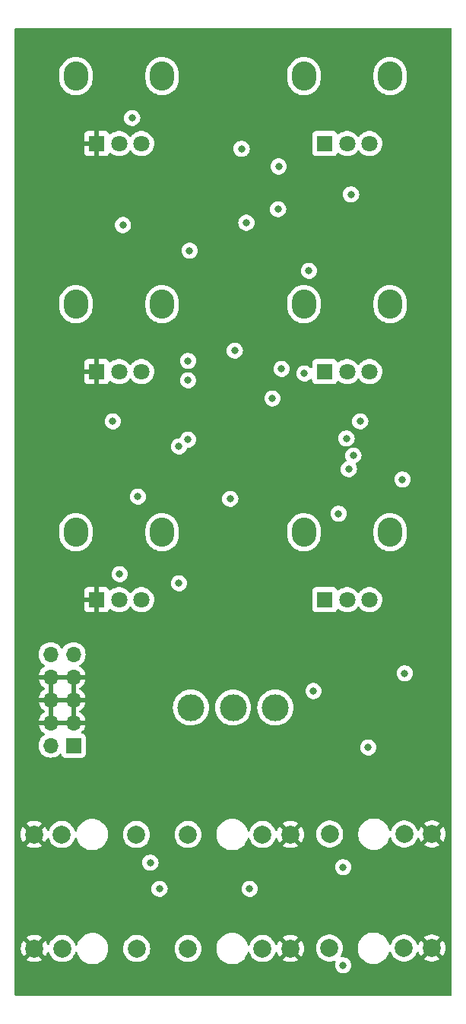
<source format=gbr>
%TF.GenerationSoftware,KiCad,Pcbnew,7.0.1*%
%TF.CreationDate,2024-08-14T21:14:32-04:00*%
%TF.ProjectId,attenuverter_mixer,61747465-6e75-4766-9572-7465725f6d69,rev?*%
%TF.SameCoordinates,Original*%
%TF.FileFunction,Copper,L2,Inr*%
%TF.FilePolarity,Positive*%
%FSLAX46Y46*%
G04 Gerber Fmt 4.6, Leading zero omitted, Abs format (unit mm)*
G04 Created by KiCad (PCBNEW 7.0.1) date 2024-08-14 21:14:32*
%MOMM*%
%LPD*%
G01*
G04 APERTURE LIST*
%TA.AperFunction,ComponentPad*%
%ADD10R,1.700000X1.700000*%
%TD*%
%TA.AperFunction,ComponentPad*%
%ADD11O,1.700000X1.700000*%
%TD*%
%TA.AperFunction,ComponentPad*%
%ADD12C,2.000000*%
%TD*%
%TA.AperFunction,ComponentPad*%
%ADD13O,2.720000X3.240000*%
%TD*%
%TA.AperFunction,ComponentPad*%
%ADD14R,1.800000X1.800000*%
%TD*%
%TA.AperFunction,ComponentPad*%
%ADD15C,1.800000*%
%TD*%
%TA.AperFunction,ComponentPad*%
%ADD16C,3.000000*%
%TD*%
%TA.AperFunction,ViaPad*%
%ADD17C,0.800000*%
%TD*%
G04 APERTURE END LIST*
D10*
%TO.N,/Power/V-_IN*%
%TO.C,J7*%
X118110000Y-125349000D03*
D11*
X115570000Y-125349000D03*
%TO.N,GND*%
X118110000Y-122809000D03*
X115570000Y-122809000D03*
X118110000Y-120269000D03*
X115570000Y-120269000D03*
X118110000Y-117729000D03*
X115570000Y-117729000D03*
%TO.N,/Power/V+_IN*%
X118110000Y-115189000D03*
X115570000Y-115189000D03*
%TD*%
D12*
%TO.N,GND*%
%TO.C,J5*%
X142268500Y-147955000D03*
%TO.N,Net-(J5-PadT)*%
X130868500Y-147955000D03*
%TO.N,att_2_out*%
X139168500Y-147955000D03*
%TD*%
D13*
%TO.N,*%
%TO.C,RV3*%
X118390000Y-101593000D03*
X127990000Y-101593000D03*
D14*
%TO.N,GND*%
X120690000Y-109093000D03*
D15*
%TO.N,Net-(U2C-+)*%
X123190000Y-109093000D03*
%TO.N,Net-(J3-PadT)*%
X125690000Y-109093000D03*
%TD*%
D12*
%TO.N,GND*%
%TO.C,J2*%
X142268500Y-135255000D03*
%TO.N,Net-(J2-PadT)*%
X130868500Y-135255000D03*
%TO.N,unconnected-(J2-PadTN)*%
X139168500Y-135255000D03*
%TD*%
D13*
%TO.N,*%
%TO.C,RV6*%
X143790000Y-101593000D03*
X153390000Y-101593000D03*
D14*
%TO.N,+12V*%
X146090000Y-109093000D03*
D15*
%TO.N,offset_3*%
X148590000Y-109093000D03*
%TO.N,-12V*%
X151090000Y-109093000D03*
%TD*%
D13*
%TO.N,*%
%TO.C,RV4*%
X143790000Y-50793000D03*
X153390000Y-50793000D03*
D14*
%TO.N,+12V*%
X146090000Y-58293000D03*
D15*
%TO.N,offset_1*%
X148590000Y-58293000D03*
%TO.N,-12V*%
X151090000Y-58293000D03*
%TD*%
D12*
%TO.N,GND*%
%TO.C,J6*%
X158016500Y-147910000D03*
%TO.N,Net-(J6-PadT)*%
X146616500Y-147910000D03*
%TO.N,unconnected-(J6-PadTN)*%
X154916500Y-147910000D03*
%TD*%
D13*
%TO.N,*%
%TO.C,RV2*%
X118390000Y-76193000D03*
X127990000Y-76193000D03*
D14*
%TO.N,GND*%
X120690000Y-83693000D03*
D15*
%TO.N,Net-(U1D-+)*%
X123190000Y-83693000D03*
%TO.N,Net-(J2-PadT)*%
X125690000Y-83693000D03*
%TD*%
D13*
%TO.N,*%
%TO.C,RV1*%
X118390000Y-50793000D03*
X127990000Y-50793000D03*
D14*
%TO.N,GND*%
X120690000Y-58293000D03*
D15*
%TO.N,Net-(U1B-+)*%
X123190000Y-58293000D03*
%TO.N,Net-(J1-PadT)*%
X125690000Y-58293000D03*
%TD*%
D13*
%TO.N,*%
%TO.C,RV5*%
X143790000Y-76193000D03*
X153390000Y-76193000D03*
D14*
%TO.N,+12V*%
X146090000Y-83693000D03*
D15*
%TO.N,offset_2*%
X148590000Y-83693000D03*
%TO.N,-12V*%
X151090000Y-83693000D03*
%TD*%
D12*
%TO.N,GND*%
%TO.C,J4*%
X113753500Y-147955000D03*
%TO.N,Net-(J4-PadT)*%
X125153500Y-147955000D03*
%TO.N,att_1_out*%
X116853500Y-147955000D03*
%TD*%
%TO.N,GND*%
%TO.C,J1*%
X113723500Y-135255000D03*
%TO.N,Net-(J1-PadT)*%
X125123500Y-135255000D03*
%TO.N,unconnected-(J1-PadTN)*%
X116823500Y-135255000D03*
%TD*%
%TO.N,GND*%
%TO.C,J3*%
X158046500Y-135210000D03*
%TO.N,Net-(J3-PadT)*%
X146646500Y-135210000D03*
%TO.N,unconnected-(J3-PadTN)*%
X154946500Y-135210000D03*
%TD*%
D16*
%TO.N,Net-(SW1-A)*%
%TO.C,SW1*%
X140590000Y-121113000D03*
%TO.N,Net-(SW1-B)*%
X135890000Y-121113000D03*
%TO.N,Net-(SW1-C)*%
X131190000Y-121113000D03*
%TD*%
D17*
%TO.N,+12V*%
X136837500Y-58883000D03*
X135567500Y-97872000D03*
%TO.N,GND*%
X137345500Y-112985000D03*
X137218500Y-97872000D03*
X134357054Y-90692554D03*
X134043500Y-86823000D03*
X134585339Y-65999713D03*
X137091500Y-64979000D03*
X137046922Y-90808668D03*
X138036500Y-127529790D03*
X137359779Y-92785613D03*
X135186500Y-59010000D03*
X136802000Y-72368989D03*
%TO.N,-12V*%
X150934500Y-125558000D03*
X130868500Y-82505000D03*
X130868500Y-91268000D03*
X140901500Y-65614000D03*
X130868500Y-84664000D03*
%TO.N,Net-(C5-Pad2)*%
X137726500Y-141306000D03*
X140960342Y-60846842D03*
%TO.N,Net-(J2-PadT)*%
X144330500Y-72472000D03*
X141282500Y-83394000D03*
%TO.N,Net-(J3-PadT)*%
X126677500Y-138385000D03*
X125280500Y-97618000D03*
%TO.N,Net-(SW1-A)*%
X140261841Y-86691341D03*
%TO.N,offset_1*%
X124645500Y-55454000D03*
X123623786Y-67386286D03*
%TO.N,offset_2*%
X149029500Y-63963000D03*
%TO.N,Net-(U1D-+)*%
X137366951Y-67127270D03*
X136075500Y-81362000D03*
%TO.N,att_1_out*%
X148140500Y-149815000D03*
X150045500Y-89236000D03*
%TO.N,att_2_out*%
X148521500Y-91141000D03*
%TO.N,att_3_out*%
X143822500Y-83902000D03*
X149283500Y-93046000D03*
%TO.N,Net-(C4-Pad2)*%
X131043659Y-70234159D03*
X127693500Y-141306000D03*
%TO.N,Net-(SW1-C)*%
X154998500Y-117303000D03*
X154744500Y-95713000D03*
%TO.N,offset_3*%
X123248500Y-106254000D03*
X122486500Y-89236000D03*
%TO.N,Net-(SW1-B)*%
X148775500Y-94570000D03*
X144838500Y-119286000D03*
%TO.N,Net-(C9-Pad2)*%
X147632500Y-99523000D03*
X148140500Y-138893000D03*
%TO.N,Net-(U2C-+)*%
X129852500Y-107270000D03*
X129852500Y-92030000D03*
%TD*%
%TA.AperFunction,Conductor*%
%TO.N,GND*%
G36*
X160143500Y-45437613D02*
G01*
X160188887Y-45483000D01*
X160205500Y-45545000D01*
X160205500Y-153120000D01*
X160188887Y-153182000D01*
X160143500Y-153227387D01*
X160081500Y-153244000D01*
X111688500Y-153244000D01*
X111626500Y-153227387D01*
X111581113Y-153182000D01*
X111564500Y-153120000D01*
X111564500Y-149178610D01*
X112883442Y-149178610D01*
X112930266Y-149215055D01*
X113148893Y-149333368D01*
X113384006Y-149414083D01*
X113629207Y-149455000D01*
X113877793Y-149455000D01*
X114122993Y-149414083D01*
X114358106Y-149333368D01*
X114576733Y-149215053D01*
X114623556Y-149178609D01*
X113753500Y-148308553D01*
X112883442Y-149178609D01*
X112883442Y-149178610D01*
X111564500Y-149178610D01*
X111564500Y-147954999D01*
X112248358Y-147954999D01*
X112268886Y-148202732D01*
X112329913Y-148443721D01*
X112429768Y-148671370D01*
X112530063Y-148824882D01*
X112530064Y-148824882D01*
X113399947Y-147955001D01*
X114107053Y-147955001D01*
X114976934Y-148824882D01*
X115077230Y-148671369D01*
X115177088Y-148443717D01*
X115183035Y-148420231D01*
X115214836Y-148363717D01*
X115270815Y-148330983D01*
X115335662Y-148330981D01*
X115391642Y-148363713D01*
X115423446Y-148420225D01*
X115429436Y-148443880D01*
X115529325Y-148671604D01*
X115529327Y-148671607D01*
X115665336Y-148879785D01*
X115833756Y-149062738D01*
X115833759Y-149062740D01*
X116029985Y-149215470D01*
X116029987Y-149215471D01*
X116029991Y-149215474D01*
X116248690Y-149333828D01*
X116483886Y-149414571D01*
X116729165Y-149455500D01*
X116977835Y-149455500D01*
X117223114Y-149414571D01*
X117458310Y-149333828D01*
X117677009Y-149215474D01*
X117873244Y-149062738D01*
X118041664Y-148879785D01*
X118177673Y-148671607D01*
X118277563Y-148443881D01*
X118293014Y-148382863D01*
X118323930Y-148327263D01*
X118378352Y-148294310D01*
X118441952Y-148292682D01*
X118497989Y-148322808D01*
X118531710Y-148376757D01*
X118599437Y-148596323D01*
X118713272Y-148832704D01*
X118830391Y-149004485D01*
X118861071Y-149049485D01*
X119015087Y-149215474D01*
X119039519Y-149241805D01*
X119244643Y-149405386D01*
X119471857Y-149536568D01*
X119601426Y-149587420D01*
X119701621Y-149626744D01*
X119716084Y-149632420D01*
X119971870Y-149690802D01*
X120027908Y-149695001D01*
X120168001Y-149705500D01*
X120168006Y-149705500D01*
X120298994Y-149705500D01*
X120298999Y-149705500D01*
X120421579Y-149696313D01*
X120495130Y-149690802D01*
X120750916Y-149632420D01*
X120995143Y-149536568D01*
X121222357Y-149405386D01*
X121427481Y-149241805D01*
X121593629Y-149062740D01*
X121605928Y-149049485D01*
X121605929Y-149049482D01*
X121605933Y-149049479D01*
X121753728Y-148832704D01*
X121867563Y-148596323D01*
X121944896Y-148345615D01*
X121984000Y-148086182D01*
X121984000Y-147955000D01*
X123647856Y-147955000D01*
X123668391Y-148202816D01*
X123668391Y-148202819D01*
X123668392Y-148202821D01*
X123729437Y-148443881D01*
X123729438Y-148443883D01*
X123829325Y-148671604D01*
X123829327Y-148671607D01*
X123965336Y-148879785D01*
X124133756Y-149062738D01*
X124133759Y-149062740D01*
X124329985Y-149215470D01*
X124329987Y-149215471D01*
X124329991Y-149215474D01*
X124548690Y-149333828D01*
X124783886Y-149414571D01*
X125029165Y-149455500D01*
X125277835Y-149455500D01*
X125523114Y-149414571D01*
X125758310Y-149333828D01*
X125977009Y-149215474D01*
X126173244Y-149062738D01*
X126341664Y-148879785D01*
X126477673Y-148671607D01*
X126577563Y-148443881D01*
X126638608Y-148202821D01*
X126659143Y-147955000D01*
X129362856Y-147955000D01*
X129383391Y-148202816D01*
X129383391Y-148202819D01*
X129383392Y-148202821D01*
X129444437Y-148443881D01*
X129444438Y-148443883D01*
X129544325Y-148671604D01*
X129544327Y-148671607D01*
X129680336Y-148879785D01*
X129848756Y-149062738D01*
X129848759Y-149062740D01*
X130044985Y-149215470D01*
X130044987Y-149215471D01*
X130044991Y-149215474D01*
X130263690Y-149333828D01*
X130498886Y-149414571D01*
X130744165Y-149455500D01*
X130992835Y-149455500D01*
X131238114Y-149414571D01*
X131473310Y-149333828D01*
X131692009Y-149215474D01*
X131888244Y-149062738D01*
X132056664Y-148879785D01*
X132192673Y-148671607D01*
X132292563Y-148443881D01*
X132353608Y-148202821D01*
X132363273Y-148086182D01*
X134038000Y-148086182D01*
X134077104Y-148345615D01*
X134154437Y-148596323D01*
X134268272Y-148832704D01*
X134385391Y-149004485D01*
X134416071Y-149049485D01*
X134570087Y-149215474D01*
X134594519Y-149241805D01*
X134799643Y-149405386D01*
X135026857Y-149536568D01*
X135156426Y-149587420D01*
X135256621Y-149626744D01*
X135271084Y-149632420D01*
X135526870Y-149690802D01*
X135582908Y-149695001D01*
X135723001Y-149705500D01*
X135723006Y-149705500D01*
X135853994Y-149705500D01*
X135853999Y-149705500D01*
X135976579Y-149696313D01*
X136050130Y-149690802D01*
X136305916Y-149632420D01*
X136550143Y-149536568D01*
X136777357Y-149405386D01*
X136982481Y-149241805D01*
X137148629Y-149062740D01*
X137160928Y-149049485D01*
X137160929Y-149049482D01*
X137160933Y-149049479D01*
X137308728Y-148832704D01*
X137422563Y-148596323D01*
X137490290Y-148376755D01*
X137524010Y-148322808D01*
X137580046Y-148292682D01*
X137643646Y-148294310D01*
X137698068Y-148327262D01*
X137728985Y-148382866D01*
X137738446Y-148420225D01*
X137744437Y-148443881D01*
X137744438Y-148443883D01*
X137844325Y-148671604D01*
X137844327Y-148671607D01*
X137980336Y-148879785D01*
X138148756Y-149062738D01*
X138148759Y-149062740D01*
X138344985Y-149215470D01*
X138344987Y-149215471D01*
X138344991Y-149215474D01*
X138563690Y-149333828D01*
X138798886Y-149414571D01*
X139044165Y-149455500D01*
X139292835Y-149455500D01*
X139538114Y-149414571D01*
X139773310Y-149333828D01*
X139992009Y-149215474D01*
X140039372Y-149178610D01*
X141398442Y-149178610D01*
X141445266Y-149215055D01*
X141663893Y-149333368D01*
X141899006Y-149414083D01*
X142144207Y-149455000D01*
X142392793Y-149455000D01*
X142637993Y-149414083D01*
X142873106Y-149333368D01*
X143091733Y-149215053D01*
X143138556Y-149178609D01*
X142268500Y-148308553D01*
X141398442Y-149178609D01*
X141398442Y-149178610D01*
X140039372Y-149178610D01*
X140188244Y-149062738D01*
X140356664Y-148879785D01*
X140492673Y-148671607D01*
X140592563Y-148443881D01*
X140598554Y-148420225D01*
X140630354Y-148363715D01*
X140686334Y-148330982D01*
X140751181Y-148330982D01*
X140807161Y-148363714D01*
X140838964Y-148420228D01*
X140844913Y-148443720D01*
X140944768Y-148671370D01*
X141045063Y-148824882D01*
X141045064Y-148824882D01*
X141914947Y-147955001D01*
X142622053Y-147955001D01*
X143491934Y-148824882D01*
X143592230Y-148671369D01*
X143692086Y-148443721D01*
X143753113Y-148202732D01*
X143773641Y-147954999D01*
X143769912Y-147910000D01*
X145110856Y-147910000D01*
X145131391Y-148157816D01*
X145131391Y-148157819D01*
X145131392Y-148157821D01*
X145192437Y-148398881D01*
X145212177Y-148443883D01*
X145292325Y-148626604D01*
X145292327Y-148626607D01*
X145428336Y-148834785D01*
X145596756Y-149017738D01*
X145596759Y-149017740D01*
X145792985Y-149170470D01*
X145792987Y-149170471D01*
X145792991Y-149170474D01*
X146011690Y-149288828D01*
X146246886Y-149369571D01*
X146492165Y-149410500D01*
X146740835Y-149410500D01*
X146986114Y-149369571D01*
X147147654Y-149314113D01*
X147215366Y-149310471D01*
X147274870Y-149342992D01*
X147308370Y-149401949D01*
X147305848Y-149469713D01*
X147254826Y-149626742D01*
X147235040Y-149815000D01*
X147254826Y-150003257D01*
X147313320Y-150183284D01*
X147407966Y-150347216D01*
X147534629Y-150487889D01*
X147687769Y-150599151D01*
X147860697Y-150676144D01*
X148045852Y-150715500D01*
X148045854Y-150715500D01*
X148235146Y-150715500D01*
X148235148Y-150715500D01*
X148358584Y-150689262D01*
X148420303Y-150676144D01*
X148593230Y-150599151D01*
X148746371Y-150487888D01*
X148873033Y-150347216D01*
X148967679Y-150183284D01*
X149026174Y-150003256D01*
X149045960Y-149815000D01*
X149026174Y-149626744D01*
X148995832Y-149533363D01*
X148967679Y-149446715D01*
X148873033Y-149282783D01*
X148746370Y-149142110D01*
X148593230Y-149030848D01*
X148420302Y-148953855D01*
X148235148Y-148914500D01*
X148235146Y-148914500D01*
X148045854Y-148914500D01*
X147999254Y-148924405D01*
X147941313Y-148922871D01*
X147890400Y-148895172D01*
X147857636Y-148847359D01*
X147850182Y-148789880D01*
X147869666Y-148735292D01*
X147940672Y-148626608D01*
X147940673Y-148626607D01*
X148040563Y-148398881D01*
X148101608Y-148157821D01*
X148111273Y-148041182D01*
X149786000Y-148041182D01*
X149825104Y-148300615D01*
X149902437Y-148551323D01*
X150016272Y-148787704D01*
X150129552Y-148953855D01*
X150164071Y-149004485D01*
X150342515Y-149196801D01*
X150342519Y-149196805D01*
X150547643Y-149360386D01*
X150774857Y-149491568D01*
X151019084Y-149587420D01*
X151274870Y-149645802D01*
X151330908Y-149650001D01*
X151471001Y-149660500D01*
X151471006Y-149660500D01*
X151601994Y-149660500D01*
X151601999Y-149660500D01*
X151724578Y-149651313D01*
X151798130Y-149645802D01*
X152053916Y-149587420D01*
X152298143Y-149491568D01*
X152525357Y-149360386D01*
X152730481Y-149196805D01*
X152867179Y-149049479D01*
X152908928Y-149004485D01*
X152908929Y-149004482D01*
X152908933Y-149004479D01*
X153056728Y-148787704D01*
X153170563Y-148551323D01*
X153238290Y-148331755D01*
X153272010Y-148277808D01*
X153328046Y-148247682D01*
X153391646Y-148249310D01*
X153446068Y-148282262D01*
X153476985Y-148337866D01*
X153492396Y-148398720D01*
X153492437Y-148398881D01*
X153512176Y-148443881D01*
X153592325Y-148626604D01*
X153592327Y-148626607D01*
X153728336Y-148834785D01*
X153896756Y-149017738D01*
X153896759Y-149017740D01*
X154092985Y-149170470D01*
X154092987Y-149170471D01*
X154092991Y-149170474D01*
X154311690Y-149288828D01*
X154546886Y-149369571D01*
X154792165Y-149410500D01*
X155040835Y-149410500D01*
X155286114Y-149369571D01*
X155521310Y-149288828D01*
X155740009Y-149170474D01*
X155787372Y-149133610D01*
X157146442Y-149133610D01*
X157193266Y-149170055D01*
X157411893Y-149288368D01*
X157647006Y-149369083D01*
X157892207Y-149410000D01*
X158140793Y-149410000D01*
X158385993Y-149369083D01*
X158621106Y-149288368D01*
X158839733Y-149170053D01*
X158886556Y-149133609D01*
X158016500Y-148263553D01*
X157146442Y-149133609D01*
X157146442Y-149133610D01*
X155787372Y-149133610D01*
X155936244Y-149017738D01*
X156104664Y-148834785D01*
X156240673Y-148626607D01*
X156340563Y-148398881D01*
X156346552Y-148375227D01*
X156378354Y-148318715D01*
X156434334Y-148285982D01*
X156499181Y-148285982D01*
X156555161Y-148318714D01*
X156586964Y-148375228D01*
X156592913Y-148398720D01*
X156692768Y-148626370D01*
X156793063Y-148779882D01*
X156793064Y-148779882D01*
X157662947Y-147910001D01*
X158370053Y-147910001D01*
X159239934Y-148779882D01*
X159340230Y-148626369D01*
X159440086Y-148398721D01*
X159501113Y-148157732D01*
X159521641Y-147910000D01*
X159501113Y-147662267D01*
X159440086Y-147421278D01*
X159340230Y-147193630D01*
X159239934Y-147040116D01*
X158370053Y-147910000D01*
X158370053Y-147910001D01*
X157662947Y-147910001D01*
X157662947Y-147910000D01*
X156793064Y-147040116D01*
X156692766Y-147193634D01*
X156592911Y-147421284D01*
X156586963Y-147444772D01*
X156555161Y-147501285D01*
X156499181Y-147534017D01*
X156434334Y-147534017D01*
X156378355Y-147501284D01*
X156346552Y-147444772D01*
X156340563Y-147421119D01*
X156240673Y-147193393D01*
X156104664Y-146985215D01*
X155936244Y-146802262D01*
X155845188Y-146731390D01*
X155787373Y-146686390D01*
X157146442Y-146686390D01*
X158016500Y-147556447D01*
X158016501Y-147556447D01*
X158886557Y-146686390D01*
X158886556Y-146686388D01*
X158839735Y-146649947D01*
X158621106Y-146531631D01*
X158385993Y-146450916D01*
X158140793Y-146410000D01*
X157892207Y-146410000D01*
X157647006Y-146450916D01*
X157411893Y-146531631D01*
X157193264Y-146649946D01*
X157146442Y-146686388D01*
X157146442Y-146686390D01*
X155787373Y-146686390D01*
X155740014Y-146649529D01*
X155740010Y-146649526D01*
X155740009Y-146649526D01*
X155521310Y-146531172D01*
X155521306Y-146531170D01*
X155521305Y-146531170D01*
X155286115Y-146450429D01*
X155040835Y-146409500D01*
X154792165Y-146409500D01*
X154546884Y-146450429D01*
X154311694Y-146531170D01*
X154092985Y-146649529D01*
X153896759Y-146802259D01*
X153896756Y-146802261D01*
X153896756Y-146802262D01*
X153855331Y-146847262D01*
X153728337Y-146985214D01*
X153592325Y-147193395D01*
X153492436Y-147421120D01*
X153476985Y-147482134D01*
X153446068Y-147537737D01*
X153391646Y-147570689D01*
X153328046Y-147572317D01*
X153272010Y-147542191D01*
X153238289Y-147488241D01*
X153236405Y-147482134D01*
X153170563Y-147268677D01*
X153056728Y-147032296D01*
X152908933Y-146815521D01*
X152908932Y-146815520D01*
X152908928Y-146815514D01*
X152730484Y-146623198D01*
X152730483Y-146623197D01*
X152730481Y-146623195D01*
X152525357Y-146459614D01*
X152525356Y-146459613D01*
X152298141Y-146328431D01*
X152053918Y-146232580D01*
X151798127Y-146174197D01*
X151601999Y-146159500D01*
X151601994Y-146159500D01*
X151471006Y-146159500D01*
X151471001Y-146159500D01*
X151274872Y-146174197D01*
X151019081Y-146232580D01*
X150774858Y-146328431D01*
X150547643Y-146459613D01*
X150342515Y-146623198D01*
X150164071Y-146815514D01*
X150142428Y-146847259D01*
X150016272Y-147032296D01*
X149902437Y-147268677D01*
X149825104Y-147519385D01*
X149786000Y-147778818D01*
X149786000Y-148041182D01*
X148111273Y-148041182D01*
X148122143Y-147910000D01*
X148101608Y-147662179D01*
X148040563Y-147421119D01*
X147940673Y-147193393D01*
X147804664Y-146985215D01*
X147636244Y-146802262D01*
X147545188Y-146731390D01*
X147440014Y-146649529D01*
X147440010Y-146649526D01*
X147440009Y-146649526D01*
X147221310Y-146531172D01*
X147221306Y-146531170D01*
X147221305Y-146531170D01*
X146986115Y-146450429D01*
X146740835Y-146409500D01*
X146492165Y-146409500D01*
X146246884Y-146450429D01*
X146011694Y-146531170D01*
X145792985Y-146649529D01*
X145596759Y-146802259D01*
X145596756Y-146802261D01*
X145596756Y-146802262D01*
X145555331Y-146847262D01*
X145428337Y-146985214D01*
X145292325Y-147193395D01*
X145239565Y-147313677D01*
X145192437Y-147421119D01*
X145151510Y-147582736D01*
X145131391Y-147662183D01*
X145110856Y-147910000D01*
X143769912Y-147910000D01*
X143753113Y-147707267D01*
X143692086Y-147466278D01*
X143592230Y-147238630D01*
X143491934Y-147085116D01*
X142622053Y-147955000D01*
X142622053Y-147955001D01*
X141914947Y-147955001D01*
X141914947Y-147955000D01*
X141045064Y-147085116D01*
X140944766Y-147238634D01*
X140844911Y-147466284D01*
X140838963Y-147489772D01*
X140807161Y-147546285D01*
X140751181Y-147579017D01*
X140686334Y-147579017D01*
X140630355Y-147546284D01*
X140598552Y-147489772D01*
X140592563Y-147466119D01*
X140492673Y-147238393D01*
X140356664Y-147030215D01*
X140188244Y-146847262D01*
X140130424Y-146802259D01*
X140039372Y-146731390D01*
X141398442Y-146731390D01*
X142268500Y-147601447D01*
X142268501Y-147601447D01*
X143138557Y-146731390D01*
X143138556Y-146731388D01*
X143091735Y-146694947D01*
X142873106Y-146576631D01*
X142637993Y-146495916D01*
X142392793Y-146455000D01*
X142144207Y-146455000D01*
X141899006Y-146495916D01*
X141663893Y-146576631D01*
X141445264Y-146694946D01*
X141398442Y-146731388D01*
X141398442Y-146731390D01*
X140039372Y-146731390D01*
X139992014Y-146694529D01*
X139992010Y-146694526D01*
X139992009Y-146694526D01*
X139773310Y-146576172D01*
X139773306Y-146576170D01*
X139773305Y-146576170D01*
X139538115Y-146495429D01*
X139292835Y-146454500D01*
X139044165Y-146454500D01*
X138798884Y-146495429D01*
X138563694Y-146576170D01*
X138344985Y-146694529D01*
X138148759Y-146847259D01*
X138148756Y-146847261D01*
X138148756Y-146847262D01*
X137980336Y-147030215D01*
X137949577Y-147077296D01*
X137844325Y-147238395D01*
X137744436Y-147466120D01*
X137728985Y-147527134D01*
X137698068Y-147582737D01*
X137643646Y-147615689D01*
X137580046Y-147617317D01*
X137524010Y-147587191D01*
X137490289Y-147533241D01*
X137488405Y-147527134D01*
X137422563Y-147313677D01*
X137308728Y-147077296D01*
X137160933Y-146860521D01*
X137160932Y-146860520D01*
X137160928Y-146860514D01*
X136982484Y-146668198D01*
X136982483Y-146668197D01*
X136982481Y-146668195D01*
X136777357Y-146504614D01*
X136777356Y-146504613D01*
X136550141Y-146373431D01*
X136305918Y-146277580D01*
X136050127Y-146219197D01*
X135853999Y-146204500D01*
X135853994Y-146204500D01*
X135723006Y-146204500D01*
X135723001Y-146204500D01*
X135526872Y-146219197D01*
X135271081Y-146277580D01*
X135026858Y-146373431D01*
X134799643Y-146504613D01*
X134594515Y-146668198D01*
X134416071Y-146860514D01*
X134331052Y-146985215D01*
X134268272Y-147077296D01*
X134154437Y-147313677D01*
X134077104Y-147564385D01*
X134038000Y-147823818D01*
X134038000Y-148086182D01*
X132363273Y-148086182D01*
X132374143Y-147955000D01*
X132353608Y-147707179D01*
X132292563Y-147466119D01*
X132192673Y-147238393D01*
X132056664Y-147030215D01*
X131888244Y-146847262D01*
X131830424Y-146802259D01*
X131692014Y-146694529D01*
X131692010Y-146694526D01*
X131692009Y-146694526D01*
X131473310Y-146576172D01*
X131473306Y-146576170D01*
X131473305Y-146576170D01*
X131238115Y-146495429D01*
X130992835Y-146454500D01*
X130744165Y-146454500D01*
X130498884Y-146495429D01*
X130263694Y-146576170D01*
X130044985Y-146694529D01*
X129848759Y-146847259D01*
X129848756Y-146847261D01*
X129848756Y-146847262D01*
X129680336Y-147030215D01*
X129649577Y-147077296D01*
X129544325Y-147238395D01*
X129464177Y-147421116D01*
X129444437Y-147466119D01*
X129414905Y-147582737D01*
X129383391Y-147707183D01*
X129362856Y-147955000D01*
X126659143Y-147955000D01*
X126638608Y-147707179D01*
X126577563Y-147466119D01*
X126477673Y-147238393D01*
X126341664Y-147030215D01*
X126173244Y-146847262D01*
X126115424Y-146802259D01*
X125977014Y-146694529D01*
X125977010Y-146694526D01*
X125977009Y-146694526D01*
X125758310Y-146576172D01*
X125758306Y-146576170D01*
X125758305Y-146576170D01*
X125523115Y-146495429D01*
X125277835Y-146454500D01*
X125029165Y-146454500D01*
X124783884Y-146495429D01*
X124548694Y-146576170D01*
X124329985Y-146694529D01*
X124133759Y-146847259D01*
X124133756Y-146847261D01*
X124133756Y-146847262D01*
X123965336Y-147030215D01*
X123934577Y-147077296D01*
X123829325Y-147238395D01*
X123749177Y-147421116D01*
X123729437Y-147466119D01*
X123699905Y-147582737D01*
X123668391Y-147707183D01*
X123647856Y-147955000D01*
X121984000Y-147955000D01*
X121984000Y-147823818D01*
X121944896Y-147564385D01*
X121867563Y-147313677D01*
X121753728Y-147077296D01*
X121605933Y-146860521D01*
X121605932Y-146860520D01*
X121605928Y-146860514D01*
X121427484Y-146668198D01*
X121427483Y-146668197D01*
X121427481Y-146668195D01*
X121222357Y-146504614D01*
X121222356Y-146504613D01*
X120995141Y-146373431D01*
X120750918Y-146277580D01*
X120495127Y-146219197D01*
X120298999Y-146204500D01*
X120298994Y-146204500D01*
X120168006Y-146204500D01*
X120168001Y-146204500D01*
X119971872Y-146219197D01*
X119716081Y-146277580D01*
X119471858Y-146373431D01*
X119244643Y-146504613D01*
X119039515Y-146668198D01*
X118861071Y-146860514D01*
X118713271Y-147077298D01*
X118599437Y-147313677D01*
X118531710Y-147533242D01*
X118497989Y-147587191D01*
X118441952Y-147617317D01*
X118378352Y-147615689D01*
X118323930Y-147582736D01*
X118293014Y-147527134D01*
X118277563Y-147466119D01*
X118177673Y-147238393D01*
X118041664Y-147030215D01*
X117873244Y-146847262D01*
X117815424Y-146802259D01*
X117677014Y-146694529D01*
X117677010Y-146694526D01*
X117677009Y-146694526D01*
X117458310Y-146576172D01*
X117458306Y-146576170D01*
X117458305Y-146576170D01*
X117223115Y-146495429D01*
X116977835Y-146454500D01*
X116729165Y-146454500D01*
X116483884Y-146495429D01*
X116248694Y-146576170D01*
X116029985Y-146694529D01*
X115833759Y-146847259D01*
X115833756Y-146847261D01*
X115833756Y-146847262D01*
X115665336Y-147030215D01*
X115634577Y-147077296D01*
X115529325Y-147238395D01*
X115429437Y-147466118D01*
X115423446Y-147489775D01*
X115391642Y-147546287D01*
X115335662Y-147579018D01*
X115270815Y-147579016D01*
X115214836Y-147546282D01*
X115183035Y-147489769D01*
X115177087Y-147466281D01*
X115077230Y-147238630D01*
X114976934Y-147085116D01*
X114107053Y-147955000D01*
X114107053Y-147955001D01*
X113399947Y-147955001D01*
X113399947Y-147955000D01*
X112530064Y-147085116D01*
X112429766Y-147238634D01*
X112329913Y-147466278D01*
X112268886Y-147707267D01*
X112248358Y-147954999D01*
X111564500Y-147954999D01*
X111564500Y-146731390D01*
X112883442Y-146731390D01*
X113753500Y-147601447D01*
X113753501Y-147601447D01*
X114623557Y-146731390D01*
X114623556Y-146731388D01*
X114576735Y-146694947D01*
X114358106Y-146576631D01*
X114122993Y-146495916D01*
X113877793Y-146455000D01*
X113629207Y-146455000D01*
X113384006Y-146495916D01*
X113148893Y-146576631D01*
X112930264Y-146694946D01*
X112883442Y-146731388D01*
X112883442Y-146731390D01*
X111564500Y-146731390D01*
X111564500Y-141306000D01*
X126788040Y-141306000D01*
X126807826Y-141494257D01*
X126866320Y-141674284D01*
X126960966Y-141838216D01*
X127087629Y-141978889D01*
X127240769Y-142090151D01*
X127413697Y-142167144D01*
X127598852Y-142206500D01*
X127598854Y-142206500D01*
X127788146Y-142206500D01*
X127788148Y-142206500D01*
X127911584Y-142180262D01*
X127973303Y-142167144D01*
X128146230Y-142090151D01*
X128299371Y-141978888D01*
X128426033Y-141838216D01*
X128520679Y-141674284D01*
X128579174Y-141494256D01*
X128598960Y-141306000D01*
X136821040Y-141306000D01*
X136840826Y-141494257D01*
X136899320Y-141674284D01*
X136993966Y-141838216D01*
X137120629Y-141978889D01*
X137273769Y-142090151D01*
X137446697Y-142167144D01*
X137631852Y-142206500D01*
X137631854Y-142206500D01*
X137821146Y-142206500D01*
X137821148Y-142206500D01*
X137944584Y-142180262D01*
X138006303Y-142167144D01*
X138179230Y-142090151D01*
X138332371Y-141978888D01*
X138459033Y-141838216D01*
X138553679Y-141674284D01*
X138612174Y-141494256D01*
X138631960Y-141306000D01*
X138612174Y-141117744D01*
X138553679Y-140937716D01*
X138553679Y-140937715D01*
X138459033Y-140773783D01*
X138332370Y-140633110D01*
X138179230Y-140521848D01*
X138006302Y-140444855D01*
X137821148Y-140405500D01*
X137821146Y-140405500D01*
X137631854Y-140405500D01*
X137631852Y-140405500D01*
X137446697Y-140444855D01*
X137273769Y-140521848D01*
X137120629Y-140633110D01*
X136993966Y-140773783D01*
X136899320Y-140937715D01*
X136840826Y-141117742D01*
X136821040Y-141306000D01*
X128598960Y-141306000D01*
X128579174Y-141117744D01*
X128520679Y-140937716D01*
X128520679Y-140937715D01*
X128426033Y-140773783D01*
X128299370Y-140633110D01*
X128146230Y-140521848D01*
X127973302Y-140444855D01*
X127788148Y-140405500D01*
X127788146Y-140405500D01*
X127598854Y-140405500D01*
X127598852Y-140405500D01*
X127413697Y-140444855D01*
X127240769Y-140521848D01*
X127087629Y-140633110D01*
X126960966Y-140773783D01*
X126866320Y-140937715D01*
X126807826Y-141117742D01*
X126788040Y-141306000D01*
X111564500Y-141306000D01*
X111564500Y-138385000D01*
X125772040Y-138385000D01*
X125791826Y-138573257D01*
X125850320Y-138753284D01*
X125944966Y-138917216D01*
X126071629Y-139057889D01*
X126224769Y-139169151D01*
X126397697Y-139246144D01*
X126582852Y-139285500D01*
X126582854Y-139285500D01*
X126772146Y-139285500D01*
X126772148Y-139285500D01*
X126895583Y-139259262D01*
X126957303Y-139246144D01*
X127130230Y-139169151D01*
X127283371Y-139057888D01*
X127410033Y-138917216D01*
X127424014Y-138893000D01*
X147235040Y-138893000D01*
X147254826Y-139081257D01*
X147313320Y-139261284D01*
X147407966Y-139425216D01*
X147534629Y-139565889D01*
X147687769Y-139677151D01*
X147860697Y-139754144D01*
X148045852Y-139793500D01*
X148045854Y-139793500D01*
X148235146Y-139793500D01*
X148235148Y-139793500D01*
X148358583Y-139767262D01*
X148420303Y-139754144D01*
X148593230Y-139677151D01*
X148746371Y-139565888D01*
X148873033Y-139425216D01*
X148967679Y-139261284D01*
X149026174Y-139081256D01*
X149045960Y-138893000D01*
X149026174Y-138704744D01*
X148967679Y-138524716D01*
X148967679Y-138524715D01*
X148873033Y-138360783D01*
X148746370Y-138220110D01*
X148593230Y-138108848D01*
X148420302Y-138031855D01*
X148235148Y-137992500D01*
X148235146Y-137992500D01*
X148045854Y-137992500D01*
X148045852Y-137992500D01*
X147860697Y-138031855D01*
X147687769Y-138108848D01*
X147534629Y-138220110D01*
X147407966Y-138360783D01*
X147313320Y-138524715D01*
X147254826Y-138704742D01*
X147235040Y-138893000D01*
X127424014Y-138893000D01*
X127504679Y-138753284D01*
X127563174Y-138573256D01*
X127582960Y-138385000D01*
X127563174Y-138196744D01*
X127532832Y-138103363D01*
X127504679Y-138016715D01*
X127410033Y-137852783D01*
X127283370Y-137712110D01*
X127130230Y-137600848D01*
X126957302Y-137523855D01*
X126772148Y-137484500D01*
X126772146Y-137484500D01*
X126582854Y-137484500D01*
X126582852Y-137484500D01*
X126397697Y-137523855D01*
X126224769Y-137600848D01*
X126071629Y-137712110D01*
X125944966Y-137852783D01*
X125850320Y-138016715D01*
X125791826Y-138196742D01*
X125772040Y-138385000D01*
X111564500Y-138385000D01*
X111564500Y-136478610D01*
X112853442Y-136478610D01*
X112900266Y-136515055D01*
X113118893Y-136633368D01*
X113354006Y-136714083D01*
X113599207Y-136755000D01*
X113847793Y-136755000D01*
X114092993Y-136714083D01*
X114328106Y-136633368D01*
X114546733Y-136515053D01*
X114593556Y-136478609D01*
X113723500Y-135608553D01*
X112853442Y-136478609D01*
X112853442Y-136478610D01*
X111564500Y-136478610D01*
X111564500Y-135255000D01*
X112218358Y-135255000D01*
X112238886Y-135502732D01*
X112299913Y-135743721D01*
X112399768Y-135971370D01*
X112500063Y-136124882D01*
X112500064Y-136124882D01*
X113369947Y-135255001D01*
X114077053Y-135255001D01*
X114946934Y-136124882D01*
X115047230Y-135971369D01*
X115147088Y-135743717D01*
X115153035Y-135720231D01*
X115184836Y-135663717D01*
X115240815Y-135630983D01*
X115305662Y-135630981D01*
X115361642Y-135663713D01*
X115393446Y-135720225D01*
X115399436Y-135743880D01*
X115499325Y-135971604D01*
X115499327Y-135971607D01*
X115635336Y-136179785D01*
X115803756Y-136362738D01*
X115803759Y-136362740D01*
X115999985Y-136515470D01*
X115999987Y-136515471D01*
X115999991Y-136515474D01*
X116218690Y-136633828D01*
X116453886Y-136714571D01*
X116699165Y-136755500D01*
X116947835Y-136755500D01*
X117193114Y-136714571D01*
X117428310Y-136633828D01*
X117647009Y-136515474D01*
X117843244Y-136362738D01*
X118011664Y-136179785D01*
X118147673Y-135971607D01*
X118247563Y-135743881D01*
X118263014Y-135682863D01*
X118293930Y-135627263D01*
X118348352Y-135594310D01*
X118411952Y-135592682D01*
X118467989Y-135622808D01*
X118501710Y-135676757D01*
X118569437Y-135896323D01*
X118683272Y-136132704D01*
X118800391Y-136304485D01*
X118831071Y-136349485D01*
X118985087Y-136515474D01*
X119009519Y-136541805D01*
X119214643Y-136705386D01*
X119441857Y-136836568D01*
X119686084Y-136932420D01*
X119941870Y-136990802D01*
X119997908Y-136995001D01*
X120138001Y-137005500D01*
X120138006Y-137005500D01*
X120268994Y-137005500D01*
X120268999Y-137005500D01*
X120391578Y-136996313D01*
X120465130Y-136990802D01*
X120720916Y-136932420D01*
X120965143Y-136836568D01*
X121192357Y-136705386D01*
X121397481Y-136541805D01*
X121563629Y-136362740D01*
X121575928Y-136349485D01*
X121575929Y-136349482D01*
X121575933Y-136349479D01*
X121723728Y-136132704D01*
X121837563Y-135896323D01*
X121914896Y-135645615D01*
X121954000Y-135386182D01*
X121954000Y-135254999D01*
X123617856Y-135254999D01*
X123638391Y-135502816D01*
X123638391Y-135502819D01*
X123638392Y-135502821D01*
X123699437Y-135743881D01*
X123699438Y-135743883D01*
X123799325Y-135971604D01*
X123799327Y-135971607D01*
X123935336Y-136179785D01*
X124103756Y-136362738D01*
X124103759Y-136362740D01*
X124299985Y-136515470D01*
X124299987Y-136515471D01*
X124299991Y-136515474D01*
X124518690Y-136633828D01*
X124753886Y-136714571D01*
X124999165Y-136755500D01*
X125247835Y-136755500D01*
X125493114Y-136714571D01*
X125728310Y-136633828D01*
X125947009Y-136515474D01*
X126143244Y-136362738D01*
X126311664Y-136179785D01*
X126447673Y-135971607D01*
X126547563Y-135743881D01*
X126608608Y-135502821D01*
X126629143Y-135255000D01*
X126629143Y-135254999D01*
X129362856Y-135254999D01*
X129383391Y-135502816D01*
X129383391Y-135502819D01*
X129383392Y-135502821D01*
X129444437Y-135743881D01*
X129444438Y-135743883D01*
X129544325Y-135971604D01*
X129544327Y-135971607D01*
X129680336Y-136179785D01*
X129848756Y-136362738D01*
X129848759Y-136362740D01*
X130044985Y-136515470D01*
X130044987Y-136515471D01*
X130044991Y-136515474D01*
X130263690Y-136633828D01*
X130498886Y-136714571D01*
X130744165Y-136755500D01*
X130992835Y-136755500D01*
X131238114Y-136714571D01*
X131473310Y-136633828D01*
X131692009Y-136515474D01*
X131888244Y-136362738D01*
X132056664Y-136179785D01*
X132192673Y-135971607D01*
X132292563Y-135743881D01*
X132353608Y-135502821D01*
X132363273Y-135386182D01*
X134038000Y-135386182D01*
X134077104Y-135645615D01*
X134154437Y-135896323D01*
X134268272Y-136132704D01*
X134385391Y-136304485D01*
X134416071Y-136349485D01*
X134570087Y-136515474D01*
X134594519Y-136541805D01*
X134799643Y-136705386D01*
X135026857Y-136836568D01*
X135271084Y-136932420D01*
X135526870Y-136990802D01*
X135582908Y-136995001D01*
X135723001Y-137005500D01*
X135723006Y-137005500D01*
X135853994Y-137005500D01*
X135853999Y-137005500D01*
X135976578Y-136996313D01*
X136050130Y-136990802D01*
X136305916Y-136932420D01*
X136550143Y-136836568D01*
X136777357Y-136705386D01*
X136982481Y-136541805D01*
X137148629Y-136362740D01*
X137160928Y-136349485D01*
X137160929Y-136349482D01*
X137160933Y-136349479D01*
X137308728Y-136132704D01*
X137422563Y-135896323D01*
X137490290Y-135676755D01*
X137524010Y-135622808D01*
X137580046Y-135592682D01*
X137643646Y-135594310D01*
X137698068Y-135627262D01*
X137728985Y-135682866D01*
X137738446Y-135720225D01*
X137744437Y-135743881D01*
X137744438Y-135743883D01*
X137844325Y-135971604D01*
X137844327Y-135971607D01*
X137980336Y-136179785D01*
X138148756Y-136362738D01*
X138148759Y-136362740D01*
X138344985Y-136515470D01*
X138344987Y-136515471D01*
X138344991Y-136515474D01*
X138563690Y-136633828D01*
X138798886Y-136714571D01*
X139044165Y-136755500D01*
X139292835Y-136755500D01*
X139538114Y-136714571D01*
X139773310Y-136633828D01*
X139992009Y-136515474D01*
X140039372Y-136478610D01*
X141398442Y-136478610D01*
X141445266Y-136515055D01*
X141663893Y-136633368D01*
X141899006Y-136714083D01*
X142144207Y-136755000D01*
X142392793Y-136755000D01*
X142637993Y-136714083D01*
X142873106Y-136633368D01*
X143091733Y-136515053D01*
X143138556Y-136478609D01*
X142268500Y-135608553D01*
X141398442Y-136478609D01*
X141398442Y-136478610D01*
X140039372Y-136478610D01*
X140188244Y-136362738D01*
X140356664Y-136179785D01*
X140492673Y-135971607D01*
X140592563Y-135743881D01*
X140598554Y-135720225D01*
X140630354Y-135663715D01*
X140686334Y-135630982D01*
X140751181Y-135630982D01*
X140807161Y-135663714D01*
X140838964Y-135720228D01*
X140844913Y-135743720D01*
X140944768Y-135971370D01*
X141045063Y-136124882D01*
X141045064Y-136124882D01*
X141914947Y-135255001D01*
X142622053Y-135255001D01*
X143491934Y-136124882D01*
X143592230Y-135971369D01*
X143692086Y-135743721D01*
X143753113Y-135502732D01*
X143773641Y-135255000D01*
X143769912Y-135210000D01*
X145140856Y-135210000D01*
X145161391Y-135457816D01*
X145161391Y-135457819D01*
X145161392Y-135457821D01*
X145222437Y-135698881D01*
X145242177Y-135743883D01*
X145322325Y-135926604D01*
X145322327Y-135926607D01*
X145458336Y-136134785D01*
X145626756Y-136317738D01*
X145626759Y-136317740D01*
X145822985Y-136470470D01*
X145822987Y-136470471D01*
X145822991Y-136470474D01*
X146041690Y-136588828D01*
X146276886Y-136669571D01*
X146522165Y-136710500D01*
X146770835Y-136710500D01*
X147016114Y-136669571D01*
X147251310Y-136588828D01*
X147470009Y-136470474D01*
X147666244Y-136317738D01*
X147834664Y-136134785D01*
X147970673Y-135926607D01*
X148070563Y-135698881D01*
X148131608Y-135457821D01*
X148141273Y-135341182D01*
X149816000Y-135341182D01*
X149855104Y-135600615D01*
X149932437Y-135851323D01*
X150046272Y-136087704D01*
X150109052Y-136179785D01*
X150194071Y-136304485D01*
X150372515Y-136496801D01*
X150372519Y-136496805D01*
X150577643Y-136660386D01*
X150804857Y-136791568D01*
X151049084Y-136887420D01*
X151304870Y-136945802D01*
X151360908Y-136950001D01*
X151501001Y-136960500D01*
X151501006Y-136960500D01*
X151631994Y-136960500D01*
X151631999Y-136960500D01*
X151754579Y-136951313D01*
X151828130Y-136945802D01*
X152083916Y-136887420D01*
X152328143Y-136791568D01*
X152555357Y-136660386D01*
X152760481Y-136496805D01*
X152926629Y-136317740D01*
X152938928Y-136304485D01*
X152938929Y-136304482D01*
X152938933Y-136304479D01*
X153086728Y-136087704D01*
X153200563Y-135851323D01*
X153268290Y-135631755D01*
X153302010Y-135577808D01*
X153358046Y-135547682D01*
X153421646Y-135549310D01*
X153476068Y-135582262D01*
X153506985Y-135637866D01*
X153522396Y-135698720D01*
X153522437Y-135698881D01*
X153542176Y-135743881D01*
X153622325Y-135926604D01*
X153622327Y-135926607D01*
X153758336Y-136134785D01*
X153926756Y-136317738D01*
X153926759Y-136317740D01*
X154122985Y-136470470D01*
X154122987Y-136470471D01*
X154122991Y-136470474D01*
X154341690Y-136588828D01*
X154576886Y-136669571D01*
X154822165Y-136710500D01*
X155070835Y-136710500D01*
X155316114Y-136669571D01*
X155551310Y-136588828D01*
X155770009Y-136470474D01*
X155817372Y-136433610D01*
X157176442Y-136433610D01*
X157223266Y-136470055D01*
X157441893Y-136588368D01*
X157677006Y-136669083D01*
X157922207Y-136710000D01*
X158170793Y-136710000D01*
X158415993Y-136669083D01*
X158651106Y-136588368D01*
X158869733Y-136470053D01*
X158916556Y-136433609D01*
X158046500Y-135563553D01*
X157176442Y-136433609D01*
X157176442Y-136433610D01*
X155817372Y-136433610D01*
X155966244Y-136317738D01*
X156134664Y-136134785D01*
X156270673Y-135926607D01*
X156370563Y-135698881D01*
X156376552Y-135675227D01*
X156408354Y-135618715D01*
X156464334Y-135585982D01*
X156529181Y-135585982D01*
X156585161Y-135618714D01*
X156616964Y-135675228D01*
X156622913Y-135698720D01*
X156722768Y-135926370D01*
X156823063Y-136079882D01*
X156823064Y-136079882D01*
X157692947Y-135210001D01*
X158400053Y-135210001D01*
X159269934Y-136079882D01*
X159370230Y-135926369D01*
X159470086Y-135698721D01*
X159531113Y-135457732D01*
X159551641Y-135209999D01*
X159531113Y-134962267D01*
X159470086Y-134721278D01*
X159370230Y-134493630D01*
X159269934Y-134340116D01*
X158400053Y-135210000D01*
X158400053Y-135210001D01*
X157692947Y-135210001D01*
X157692947Y-135209999D01*
X156823064Y-134340116D01*
X156722766Y-134493634D01*
X156622911Y-134721284D01*
X156616963Y-134744772D01*
X156585161Y-134801285D01*
X156529181Y-134834017D01*
X156464334Y-134834017D01*
X156408355Y-134801284D01*
X156376552Y-134744772D01*
X156370563Y-134721119D01*
X156270673Y-134493393D01*
X156134664Y-134285215D01*
X155966244Y-134102262D01*
X155875188Y-134031390D01*
X155817373Y-133986390D01*
X157176442Y-133986390D01*
X158046500Y-134856447D01*
X158046501Y-134856447D01*
X158916557Y-133986390D01*
X158916556Y-133986388D01*
X158869735Y-133949947D01*
X158651106Y-133831631D01*
X158415993Y-133750916D01*
X158170793Y-133710000D01*
X157922207Y-133710000D01*
X157677006Y-133750916D01*
X157441893Y-133831631D01*
X157223264Y-133949946D01*
X157176442Y-133986388D01*
X157176442Y-133986390D01*
X155817373Y-133986390D01*
X155770014Y-133949529D01*
X155770010Y-133949526D01*
X155770009Y-133949526D01*
X155551310Y-133831172D01*
X155551306Y-133831170D01*
X155551305Y-133831170D01*
X155316115Y-133750429D01*
X155070835Y-133709500D01*
X154822165Y-133709500D01*
X154576884Y-133750429D01*
X154341694Y-133831170D01*
X154122985Y-133949529D01*
X153926759Y-134102259D01*
X153926756Y-134102261D01*
X153926756Y-134102262D01*
X153885331Y-134147262D01*
X153758337Y-134285214D01*
X153622325Y-134493395D01*
X153522436Y-134721120D01*
X153506985Y-134782134D01*
X153476068Y-134837737D01*
X153421646Y-134870689D01*
X153358046Y-134872317D01*
X153302010Y-134842191D01*
X153268289Y-134788241D01*
X153266405Y-134782134D01*
X153200563Y-134568677D01*
X153086728Y-134332296D01*
X152938933Y-134115521D01*
X152938932Y-134115520D01*
X152938928Y-134115514D01*
X152760484Y-133923198D01*
X152760483Y-133923197D01*
X152760481Y-133923195D01*
X152555357Y-133759614D01*
X152555356Y-133759613D01*
X152328141Y-133628431D01*
X152083918Y-133532580D01*
X151828127Y-133474197D01*
X151631999Y-133459500D01*
X151631994Y-133459500D01*
X151501006Y-133459500D01*
X151501001Y-133459500D01*
X151304872Y-133474197D01*
X151049081Y-133532580D01*
X150804858Y-133628431D01*
X150577643Y-133759613D01*
X150372515Y-133923198D01*
X150194071Y-134115514D01*
X150172428Y-134147259D01*
X150046272Y-134332296D01*
X149932437Y-134568677D01*
X149855104Y-134819385D01*
X149816000Y-135078818D01*
X149816000Y-135341182D01*
X148141273Y-135341182D01*
X148152143Y-135210000D01*
X148131608Y-134962179D01*
X148070563Y-134721119D01*
X147970673Y-134493393D01*
X147834664Y-134285215D01*
X147666244Y-134102262D01*
X147575188Y-134031390D01*
X147470014Y-133949529D01*
X147470010Y-133949526D01*
X147470009Y-133949526D01*
X147251310Y-133831172D01*
X147251306Y-133831170D01*
X147251305Y-133831170D01*
X147016115Y-133750429D01*
X146770835Y-133709500D01*
X146522165Y-133709500D01*
X146276884Y-133750429D01*
X146041694Y-133831170D01*
X145822985Y-133949529D01*
X145626759Y-134102259D01*
X145626756Y-134102261D01*
X145626756Y-134102262D01*
X145585331Y-134147262D01*
X145458337Y-134285214D01*
X145322325Y-134493395D01*
X145269565Y-134613677D01*
X145222437Y-134721119D01*
X145181510Y-134882736D01*
X145161391Y-134962183D01*
X145140856Y-135210000D01*
X143769912Y-135210000D01*
X143753113Y-135007267D01*
X143692086Y-134766278D01*
X143592230Y-134538630D01*
X143491934Y-134385116D01*
X142622053Y-135255000D01*
X142622053Y-135255001D01*
X141914947Y-135255001D01*
X141914947Y-135255000D01*
X141045064Y-134385116D01*
X140944766Y-134538634D01*
X140844911Y-134766284D01*
X140838963Y-134789772D01*
X140807161Y-134846285D01*
X140751181Y-134879017D01*
X140686334Y-134879017D01*
X140630355Y-134846284D01*
X140598552Y-134789772D01*
X140592563Y-134766119D01*
X140492673Y-134538393D01*
X140356664Y-134330215D01*
X140188244Y-134147262D01*
X140130424Y-134102259D01*
X140039372Y-134031390D01*
X141398442Y-134031390D01*
X142268500Y-134901447D01*
X142268501Y-134901447D01*
X143138557Y-134031390D01*
X143138556Y-134031388D01*
X143091735Y-133994947D01*
X142873106Y-133876631D01*
X142637993Y-133795916D01*
X142392793Y-133755000D01*
X142144207Y-133755000D01*
X141899006Y-133795916D01*
X141663893Y-133876631D01*
X141445264Y-133994946D01*
X141398442Y-134031388D01*
X141398442Y-134031390D01*
X140039372Y-134031390D01*
X139992014Y-133994529D01*
X139992010Y-133994526D01*
X139992009Y-133994526D01*
X139773310Y-133876172D01*
X139773306Y-133876170D01*
X139773305Y-133876170D01*
X139538115Y-133795429D01*
X139292835Y-133754500D01*
X139044165Y-133754500D01*
X138798884Y-133795429D01*
X138563694Y-133876170D01*
X138344985Y-133994529D01*
X138148759Y-134147259D01*
X138148756Y-134147261D01*
X138148756Y-134147262D01*
X137980336Y-134330215D01*
X137949577Y-134377296D01*
X137844325Y-134538395D01*
X137744436Y-134766120D01*
X137728985Y-134827134D01*
X137698068Y-134882737D01*
X137643646Y-134915689D01*
X137580046Y-134917317D01*
X137524010Y-134887191D01*
X137490289Y-134833241D01*
X137488405Y-134827134D01*
X137422563Y-134613677D01*
X137308728Y-134377296D01*
X137160933Y-134160521D01*
X137160932Y-134160520D01*
X137160928Y-134160514D01*
X136982484Y-133968198D01*
X136982483Y-133968197D01*
X136982481Y-133968195D01*
X136777357Y-133804614D01*
X136777356Y-133804613D01*
X136550141Y-133673431D01*
X136305918Y-133577580D01*
X136050127Y-133519197D01*
X135853999Y-133504500D01*
X135853994Y-133504500D01*
X135723006Y-133504500D01*
X135723001Y-133504500D01*
X135526872Y-133519197D01*
X135271081Y-133577580D01*
X135026858Y-133673431D01*
X134799643Y-133804613D01*
X134594515Y-133968198D01*
X134416071Y-134160514D01*
X134331052Y-134285215D01*
X134268272Y-134377296D01*
X134154437Y-134613677D01*
X134077104Y-134864385D01*
X134038000Y-135123818D01*
X134038000Y-135386182D01*
X132363273Y-135386182D01*
X132374143Y-135255000D01*
X132353608Y-135007179D01*
X132292563Y-134766119D01*
X132192673Y-134538393D01*
X132056664Y-134330215D01*
X131888244Y-134147262D01*
X131830424Y-134102259D01*
X131692014Y-133994529D01*
X131692010Y-133994526D01*
X131692009Y-133994526D01*
X131473310Y-133876172D01*
X131473306Y-133876170D01*
X131473305Y-133876170D01*
X131238115Y-133795429D01*
X130992835Y-133754500D01*
X130744165Y-133754500D01*
X130498884Y-133795429D01*
X130263694Y-133876170D01*
X130044985Y-133994529D01*
X129848759Y-134147259D01*
X129848756Y-134147261D01*
X129848756Y-134147262D01*
X129680336Y-134330215D01*
X129649577Y-134377296D01*
X129544325Y-134538395D01*
X129464177Y-134721116D01*
X129444437Y-134766119D01*
X129414905Y-134882737D01*
X129383391Y-135007183D01*
X129362856Y-135254999D01*
X126629143Y-135254999D01*
X126608608Y-135007179D01*
X126547563Y-134766119D01*
X126447673Y-134538393D01*
X126311664Y-134330215D01*
X126143244Y-134147262D01*
X126085424Y-134102259D01*
X125947014Y-133994529D01*
X125947010Y-133994526D01*
X125947009Y-133994526D01*
X125728310Y-133876172D01*
X125728306Y-133876170D01*
X125728305Y-133876170D01*
X125493115Y-133795429D01*
X125247835Y-133754500D01*
X124999165Y-133754500D01*
X124753884Y-133795429D01*
X124518694Y-133876170D01*
X124299985Y-133994529D01*
X124103759Y-134147259D01*
X124103756Y-134147261D01*
X124103756Y-134147262D01*
X123935336Y-134330215D01*
X123904577Y-134377296D01*
X123799325Y-134538395D01*
X123719177Y-134721116D01*
X123699437Y-134766119D01*
X123669905Y-134882737D01*
X123638391Y-135007183D01*
X123617856Y-135254999D01*
X121954000Y-135254999D01*
X121954000Y-135123818D01*
X121914896Y-134864385D01*
X121837563Y-134613677D01*
X121723728Y-134377296D01*
X121575933Y-134160521D01*
X121575932Y-134160520D01*
X121575928Y-134160514D01*
X121397484Y-133968198D01*
X121397483Y-133968197D01*
X121397481Y-133968195D01*
X121192357Y-133804614D01*
X121192356Y-133804613D01*
X120965141Y-133673431D01*
X120720918Y-133577580D01*
X120465127Y-133519197D01*
X120268999Y-133504500D01*
X120268994Y-133504500D01*
X120138006Y-133504500D01*
X120138001Y-133504500D01*
X119941872Y-133519197D01*
X119686081Y-133577580D01*
X119441858Y-133673431D01*
X119214643Y-133804613D01*
X119009515Y-133968198D01*
X118831071Y-134160514D01*
X118683271Y-134377298D01*
X118569437Y-134613677D01*
X118501710Y-134833242D01*
X118467989Y-134887191D01*
X118411952Y-134917317D01*
X118348352Y-134915689D01*
X118293930Y-134882736D01*
X118263014Y-134827134D01*
X118247563Y-134766119D01*
X118147673Y-134538393D01*
X118011664Y-134330215D01*
X117843244Y-134147262D01*
X117785424Y-134102259D01*
X117647014Y-133994529D01*
X117647010Y-133994526D01*
X117647009Y-133994526D01*
X117428310Y-133876172D01*
X117428306Y-133876170D01*
X117428305Y-133876170D01*
X117193115Y-133795429D01*
X116947835Y-133754500D01*
X116699165Y-133754500D01*
X116453884Y-133795429D01*
X116218694Y-133876170D01*
X115999985Y-133994529D01*
X115803759Y-134147259D01*
X115803756Y-134147261D01*
X115803756Y-134147262D01*
X115635336Y-134330215D01*
X115604577Y-134377296D01*
X115499325Y-134538395D01*
X115399437Y-134766118D01*
X115393446Y-134789775D01*
X115361642Y-134846287D01*
X115305662Y-134879018D01*
X115240815Y-134879016D01*
X115184836Y-134846282D01*
X115153035Y-134789769D01*
X115147087Y-134766281D01*
X115047230Y-134538630D01*
X114946934Y-134385116D01*
X114077053Y-135255000D01*
X114077053Y-135255001D01*
X113369947Y-135255001D01*
X113369947Y-135255000D01*
X112500064Y-134385116D01*
X112399766Y-134538634D01*
X112299913Y-134766278D01*
X112238886Y-135007267D01*
X112218358Y-135255000D01*
X111564500Y-135255000D01*
X111564500Y-134031390D01*
X112853442Y-134031390D01*
X113723500Y-134901447D01*
X113723501Y-134901447D01*
X114593557Y-134031390D01*
X114593556Y-134031388D01*
X114546735Y-133994947D01*
X114328106Y-133876631D01*
X114092993Y-133795916D01*
X113847793Y-133755000D01*
X113599207Y-133755000D01*
X113354006Y-133795916D01*
X113118893Y-133876631D01*
X112900264Y-133994946D01*
X112853442Y-134031388D01*
X112853442Y-134031390D01*
X111564500Y-134031390D01*
X111564500Y-125349000D01*
X114214340Y-125349000D01*
X114234936Y-125584407D01*
X114278304Y-125746257D01*
X114296097Y-125812663D01*
X114395965Y-126026830D01*
X114531505Y-126220401D01*
X114698599Y-126387495D01*
X114892170Y-126523035D01*
X115106337Y-126622903D01*
X115334592Y-126684063D01*
X115570000Y-126704659D01*
X115805408Y-126684063D01*
X116033663Y-126622903D01*
X116247830Y-126523035D01*
X116441401Y-126387495D01*
X116563329Y-126265566D01*
X116616072Y-126234273D01*
X116677365Y-126232084D01*
X116732209Y-126259537D01*
X116767189Y-126309916D01*
X116816204Y-126441331D01*
X116902454Y-126556546D01*
X117017669Y-126642796D01*
X117152517Y-126693091D01*
X117212127Y-126699500D01*
X119007872Y-126699499D01*
X119067483Y-126693091D01*
X119202331Y-126642796D01*
X119317546Y-126556546D01*
X119403796Y-126441331D01*
X119454091Y-126306483D01*
X119460500Y-126246873D01*
X119460500Y-125557999D01*
X150029040Y-125557999D01*
X150048826Y-125746257D01*
X150107320Y-125926284D01*
X150201966Y-126090216D01*
X150328629Y-126230889D01*
X150481769Y-126342151D01*
X150654697Y-126419144D01*
X150839852Y-126458500D01*
X150839854Y-126458500D01*
X151029146Y-126458500D01*
X151029148Y-126458500D01*
X151152584Y-126432262D01*
X151214303Y-126419144D01*
X151387230Y-126342151D01*
X151500939Y-126259537D01*
X151540370Y-126230889D01*
X151549814Y-126220401D01*
X151667033Y-126090216D01*
X151761679Y-125926284D01*
X151820174Y-125746256D01*
X151839960Y-125558000D01*
X151820174Y-125369744D01*
X151761679Y-125189716D01*
X151761679Y-125189715D01*
X151667033Y-125025783D01*
X151540370Y-124885110D01*
X151387230Y-124773848D01*
X151214302Y-124696855D01*
X151029148Y-124657500D01*
X151029146Y-124657500D01*
X150839854Y-124657500D01*
X150839852Y-124657500D01*
X150654697Y-124696855D01*
X150481769Y-124773848D01*
X150328629Y-124885110D01*
X150201966Y-125025783D01*
X150107320Y-125189715D01*
X150048826Y-125369742D01*
X150029040Y-125557999D01*
X119460500Y-125557999D01*
X119460499Y-124451128D01*
X119454091Y-124391517D01*
X119403796Y-124256669D01*
X119317546Y-124141454D01*
X119202331Y-124055204D01*
X119070399Y-124005996D01*
X119020021Y-123971018D01*
X118992568Y-123916173D01*
X118994757Y-123854880D01*
X119026053Y-123802133D01*
X119148109Y-123680077D01*
X119283600Y-123486576D01*
X119383430Y-123272492D01*
X119440636Y-123059000D01*
X114239364Y-123059000D01*
X114296569Y-123272492D01*
X114396399Y-123486576D01*
X114531893Y-123680081D01*
X114698918Y-123847106D01*
X114884595Y-123977119D01*
X114923460Y-124021437D01*
X114937471Y-124078694D01*
X114923460Y-124135951D01*
X114884595Y-124180269D01*
X114698595Y-124310508D01*
X114531505Y-124477598D01*
X114395965Y-124671170D01*
X114296097Y-124885336D01*
X114234936Y-125113592D01*
X114214340Y-125349000D01*
X111564500Y-125349000D01*
X111564500Y-120519000D01*
X114239364Y-120519000D01*
X114296569Y-120732492D01*
X114396399Y-120946576D01*
X114531893Y-121140081D01*
X114698918Y-121307106D01*
X114885031Y-121437425D01*
X114923896Y-121481743D01*
X114937907Y-121539000D01*
X114923896Y-121596257D01*
X114885031Y-121640575D01*
X114698918Y-121770893D01*
X114531890Y-121937921D01*
X114396400Y-122131421D01*
X114296569Y-122345507D01*
X114239364Y-122558999D01*
X114239364Y-122559000D01*
X115320000Y-122559000D01*
X115320000Y-120519000D01*
X115820000Y-120519000D01*
X115820000Y-122559000D01*
X117860000Y-122559000D01*
X117860000Y-120519000D01*
X118360000Y-120519000D01*
X118360000Y-122559000D01*
X119440636Y-122559000D01*
X119440635Y-122558999D01*
X119383430Y-122345507D01*
X119283599Y-122131421D01*
X119148109Y-121937921D01*
X118981080Y-121770892D01*
X118794968Y-121640574D01*
X118756102Y-121596255D01*
X118742092Y-121538999D01*
X118756103Y-121481742D01*
X118794969Y-121437424D01*
X118981078Y-121307109D01*
X119148106Y-121140081D01*
X119167068Y-121113000D01*
X129184389Y-121113000D01*
X129204804Y-121398429D01*
X129265629Y-121678041D01*
X129365634Y-121946163D01*
X129502772Y-122197313D01*
X129588517Y-122311855D01*
X129674261Y-122426395D01*
X129876605Y-122628739D01*
X130048415Y-122757354D01*
X130105686Y-122800227D01*
X130245435Y-122876535D01*
X130356839Y-122937367D01*
X130624954Y-123037369D01*
X130624957Y-123037369D01*
X130624958Y-123037370D01*
X130677217Y-123048738D01*
X130904572Y-123098196D01*
X131190000Y-123118610D01*
X131475428Y-123098196D01*
X131755046Y-123037369D01*
X132023161Y-122937367D01*
X132274315Y-122800226D01*
X132503395Y-122628739D01*
X132705739Y-122426395D01*
X132877226Y-122197315D01*
X133014367Y-121946161D01*
X133114369Y-121678046D01*
X133175196Y-121398428D01*
X133195610Y-121113000D01*
X133884389Y-121113000D01*
X133904804Y-121398429D01*
X133965629Y-121678041D01*
X134065634Y-121946163D01*
X134202772Y-122197313D01*
X134288517Y-122311855D01*
X134374261Y-122426395D01*
X134576605Y-122628739D01*
X134748415Y-122757354D01*
X134805686Y-122800227D01*
X134945435Y-122876535D01*
X135056839Y-122937367D01*
X135324954Y-123037369D01*
X135324957Y-123037369D01*
X135324958Y-123037370D01*
X135377217Y-123048738D01*
X135604572Y-123098196D01*
X135890000Y-123118610D01*
X136175428Y-123098196D01*
X136455046Y-123037369D01*
X136723161Y-122937367D01*
X136974315Y-122800226D01*
X137203395Y-122628739D01*
X137405739Y-122426395D01*
X137577226Y-122197315D01*
X137714367Y-121946161D01*
X137814369Y-121678046D01*
X137875196Y-121398428D01*
X137895610Y-121113000D01*
X138584389Y-121113000D01*
X138604804Y-121398429D01*
X138665629Y-121678041D01*
X138765634Y-121946163D01*
X138902772Y-122197313D01*
X138988517Y-122311855D01*
X139074261Y-122426395D01*
X139276605Y-122628739D01*
X139448415Y-122757354D01*
X139505686Y-122800227D01*
X139645435Y-122876535D01*
X139756839Y-122937367D01*
X140024954Y-123037369D01*
X140024957Y-123037369D01*
X140024958Y-123037370D01*
X140077217Y-123048738D01*
X140304572Y-123098196D01*
X140590000Y-123118610D01*
X140875428Y-123098196D01*
X141155046Y-123037369D01*
X141423161Y-122937367D01*
X141674315Y-122800226D01*
X141903395Y-122628739D01*
X142105739Y-122426395D01*
X142277226Y-122197315D01*
X142414367Y-121946161D01*
X142514369Y-121678046D01*
X142575196Y-121398428D01*
X142595610Y-121113000D01*
X142575196Y-120827572D01*
X142514369Y-120547954D01*
X142414367Y-120279839D01*
X142341910Y-120147144D01*
X142277227Y-120028686D01*
X142224977Y-119958888D01*
X142105739Y-119799605D01*
X141903395Y-119597261D01*
X141739081Y-119474257D01*
X141674313Y-119425772D01*
X141423163Y-119288634D01*
X141423162Y-119288633D01*
X141423161Y-119288633D01*
X141416099Y-119285999D01*
X143933040Y-119285999D01*
X143952826Y-119474257D01*
X144011320Y-119654284D01*
X144105966Y-119818216D01*
X144232629Y-119958889D01*
X144385769Y-120070151D01*
X144558697Y-120147144D01*
X144743852Y-120186500D01*
X144743854Y-120186500D01*
X144933146Y-120186500D01*
X144933148Y-120186500D01*
X145056584Y-120160262D01*
X145118303Y-120147144D01*
X145291230Y-120070151D01*
X145444371Y-119958888D01*
X145571033Y-119818216D01*
X145665679Y-119654284D01*
X145724174Y-119474256D01*
X145743960Y-119286000D01*
X145724174Y-119097744D01*
X145665679Y-118917716D01*
X145665679Y-118917715D01*
X145571033Y-118753783D01*
X145444370Y-118613110D01*
X145291230Y-118501848D01*
X145118302Y-118424855D01*
X144933148Y-118385500D01*
X144933146Y-118385500D01*
X144743854Y-118385500D01*
X144743852Y-118385500D01*
X144558697Y-118424855D01*
X144385769Y-118501848D01*
X144232629Y-118613110D01*
X144105966Y-118753783D01*
X144011320Y-118917715D01*
X143952826Y-119097742D01*
X143933040Y-119285999D01*
X141416099Y-119285999D01*
X141155046Y-119188631D01*
X141155041Y-119188629D01*
X140875429Y-119127804D01*
X140590000Y-119107389D01*
X140304570Y-119127804D01*
X140024958Y-119188629D01*
X139756836Y-119288634D01*
X139505686Y-119425772D01*
X139276602Y-119597263D01*
X139074263Y-119799602D01*
X138902772Y-120028686D01*
X138765634Y-120279836D01*
X138665629Y-120547958D01*
X138604804Y-120827570D01*
X138584389Y-121113000D01*
X137895610Y-121113000D01*
X137875196Y-120827572D01*
X137814369Y-120547954D01*
X137714367Y-120279839D01*
X137641910Y-120147144D01*
X137577227Y-120028686D01*
X137524977Y-119958888D01*
X137405739Y-119799605D01*
X137203395Y-119597261D01*
X137039081Y-119474257D01*
X136974313Y-119425772D01*
X136723163Y-119288634D01*
X136723162Y-119288633D01*
X136723161Y-119288633D01*
X136455046Y-119188631D01*
X136455041Y-119188629D01*
X136175429Y-119127804D01*
X135890000Y-119107389D01*
X135604570Y-119127804D01*
X135324958Y-119188629D01*
X135056836Y-119288634D01*
X134805686Y-119425772D01*
X134576602Y-119597263D01*
X134374263Y-119799602D01*
X134202772Y-120028686D01*
X134065634Y-120279836D01*
X133965629Y-120547958D01*
X133904804Y-120827570D01*
X133884389Y-121113000D01*
X133195610Y-121113000D01*
X133175196Y-120827572D01*
X133114369Y-120547954D01*
X133014367Y-120279839D01*
X132941910Y-120147144D01*
X132877227Y-120028686D01*
X132824977Y-119958888D01*
X132705739Y-119799605D01*
X132503395Y-119597261D01*
X132339081Y-119474257D01*
X132274313Y-119425772D01*
X132023163Y-119288634D01*
X132023162Y-119288633D01*
X132023161Y-119288633D01*
X131755046Y-119188631D01*
X131755041Y-119188629D01*
X131475429Y-119127804D01*
X131190000Y-119107389D01*
X130904570Y-119127804D01*
X130624958Y-119188629D01*
X130356836Y-119288634D01*
X130105686Y-119425772D01*
X129876602Y-119597263D01*
X129674263Y-119799602D01*
X129502772Y-120028686D01*
X129365634Y-120279836D01*
X129265629Y-120547958D01*
X129204804Y-120827570D01*
X129184389Y-121113000D01*
X119167068Y-121113000D01*
X119283600Y-120946576D01*
X119383430Y-120732492D01*
X119440636Y-120519000D01*
X118360000Y-120519000D01*
X117860000Y-120519000D01*
X115820000Y-120519000D01*
X115320000Y-120519000D01*
X114239364Y-120519000D01*
X111564500Y-120519000D01*
X111564500Y-117979000D01*
X114239364Y-117979000D01*
X114296569Y-118192492D01*
X114396399Y-118406576D01*
X114531893Y-118600081D01*
X114698918Y-118767106D01*
X114885031Y-118897425D01*
X114923896Y-118941743D01*
X114937907Y-118999000D01*
X114923896Y-119056257D01*
X114885031Y-119100575D01*
X114698918Y-119230893D01*
X114531890Y-119397921D01*
X114396400Y-119591421D01*
X114296569Y-119805507D01*
X114239364Y-120018999D01*
X114239364Y-120019000D01*
X115320000Y-120019000D01*
X115320000Y-117979000D01*
X115820000Y-117979000D01*
X115820000Y-120019000D01*
X117860000Y-120019000D01*
X117860000Y-117979000D01*
X118360000Y-117979000D01*
X118360000Y-120019000D01*
X119440636Y-120019000D01*
X119440635Y-120018999D01*
X119383430Y-119805507D01*
X119283599Y-119591421D01*
X119148109Y-119397921D01*
X118981081Y-119230893D01*
X118794968Y-119100575D01*
X118756103Y-119056257D01*
X118742092Y-118999000D01*
X118756103Y-118941743D01*
X118794968Y-118897425D01*
X118981081Y-118767106D01*
X119148106Y-118600081D01*
X119283600Y-118406576D01*
X119383430Y-118192492D01*
X119440636Y-117979000D01*
X118360000Y-117979000D01*
X117860000Y-117979000D01*
X115820000Y-117979000D01*
X115320000Y-117979000D01*
X114239364Y-117979000D01*
X111564500Y-117979000D01*
X111564500Y-115189000D01*
X114214340Y-115189000D01*
X114234936Y-115424407D01*
X114279709Y-115591502D01*
X114296097Y-115652663D01*
X114395965Y-115866830D01*
X114531505Y-116060401D01*
X114698599Y-116227495D01*
X114884597Y-116357732D01*
X114923460Y-116402048D01*
X114937471Y-116459305D01*
X114923461Y-116516561D01*
X114884595Y-116560880D01*
X114698919Y-116690892D01*
X114531890Y-116857921D01*
X114396400Y-117051421D01*
X114296569Y-117265507D01*
X114239364Y-117478999D01*
X114239364Y-117479000D01*
X119440636Y-117479000D01*
X119440635Y-117478999D01*
X119393476Y-117302999D01*
X154093040Y-117302999D01*
X154112826Y-117491257D01*
X154171320Y-117671284D01*
X154265966Y-117835216D01*
X154392629Y-117975889D01*
X154545769Y-118087151D01*
X154718697Y-118164144D01*
X154903852Y-118203500D01*
X154903854Y-118203500D01*
X155093146Y-118203500D01*
X155093148Y-118203500D01*
X155216584Y-118177262D01*
X155278303Y-118164144D01*
X155451230Y-118087151D01*
X155604371Y-117975888D01*
X155731033Y-117835216D01*
X155825679Y-117671284D01*
X155884174Y-117491256D01*
X155903960Y-117303000D01*
X155884174Y-117114744D01*
X155825679Y-116934716D01*
X155825679Y-116934715D01*
X155731033Y-116770783D01*
X155604370Y-116630110D01*
X155451230Y-116518848D01*
X155278302Y-116441855D01*
X155093148Y-116402500D01*
X155093146Y-116402500D01*
X154903854Y-116402500D01*
X154903852Y-116402500D01*
X154718697Y-116441855D01*
X154545769Y-116518848D01*
X154392629Y-116630110D01*
X154265966Y-116770783D01*
X154171320Y-116934715D01*
X154112826Y-117114742D01*
X154093040Y-117302999D01*
X119393476Y-117302999D01*
X119383430Y-117265507D01*
X119283599Y-117051421D01*
X119148109Y-116857921D01*
X118981081Y-116690893D01*
X118795404Y-116560880D01*
X118756539Y-116516562D01*
X118742528Y-116459305D01*
X118756539Y-116402048D01*
X118795402Y-116357732D01*
X118981401Y-116227495D01*
X119148495Y-116060401D01*
X119284035Y-115866830D01*
X119383903Y-115652663D01*
X119445063Y-115424408D01*
X119465659Y-115189000D01*
X119445063Y-114953592D01*
X119383903Y-114725337D01*
X119284035Y-114511171D01*
X119148495Y-114317599D01*
X118981401Y-114150505D01*
X118787830Y-114014965D01*
X118573663Y-113915097D01*
X118512501Y-113898709D01*
X118345407Y-113853936D01*
X118110000Y-113833340D01*
X117874592Y-113853936D01*
X117646336Y-113915097D01*
X117432170Y-114014965D01*
X117238598Y-114150505D01*
X117071505Y-114317598D01*
X116941575Y-114503159D01*
X116897257Y-114542025D01*
X116840000Y-114556036D01*
X116782743Y-114542025D01*
X116738425Y-114503159D01*
X116608494Y-114317598D01*
X116441404Y-114150508D01*
X116441401Y-114150505D01*
X116247830Y-114014965D01*
X116033663Y-113915097D01*
X115972501Y-113898709D01*
X115805407Y-113853936D01*
X115570000Y-113833340D01*
X115334592Y-113853936D01*
X115106336Y-113915097D01*
X114892170Y-114014965D01*
X114698598Y-114150505D01*
X114531505Y-114317598D01*
X114395965Y-114511170D01*
X114296097Y-114725336D01*
X114234936Y-114953592D01*
X114214340Y-115189000D01*
X111564500Y-115189000D01*
X111564500Y-109343000D01*
X119290000Y-109343000D01*
X119290000Y-110040824D01*
X119296402Y-110100375D01*
X119346647Y-110235089D01*
X119432811Y-110350188D01*
X119547910Y-110436352D01*
X119682624Y-110486597D01*
X119742176Y-110493000D01*
X120440000Y-110493000D01*
X120940000Y-110493000D01*
X121637824Y-110493000D01*
X121697375Y-110486597D01*
X121832089Y-110436352D01*
X121947188Y-110350188D01*
X122033352Y-110235088D01*
X122051679Y-110185953D01*
X122083792Y-110138136D01*
X122134045Y-110109986D01*
X122191595Y-110107579D01*
X122244020Y-110131430D01*
X122421374Y-110269470D01*
X122625497Y-110379936D01*
X122735257Y-110417616D01*
X122845015Y-110455297D01*
X122845017Y-110455297D01*
X122845019Y-110455298D01*
X123073951Y-110493500D01*
X123306048Y-110493500D01*
X123306049Y-110493500D01*
X123534981Y-110455298D01*
X123754503Y-110379936D01*
X123958626Y-110269470D01*
X124141784Y-110126913D01*
X124298979Y-109956153D01*
X124336192Y-109899193D01*
X124380982Y-109857961D01*
X124440000Y-109843016D01*
X124499018Y-109857961D01*
X124543807Y-109899193D01*
X124581021Y-109956153D01*
X124738216Y-110126913D01*
X124921374Y-110269470D01*
X125125497Y-110379936D01*
X125235257Y-110417616D01*
X125345015Y-110455297D01*
X125345017Y-110455297D01*
X125345019Y-110455298D01*
X125573951Y-110493500D01*
X125806048Y-110493500D01*
X125806049Y-110493500D01*
X126034981Y-110455298D01*
X126254503Y-110379936D01*
X126458626Y-110269470D01*
X126641784Y-110126913D01*
X126720993Y-110040869D01*
X144689500Y-110040869D01*
X144695909Y-110100484D01*
X144710073Y-110138458D01*
X144746204Y-110235331D01*
X144832454Y-110350546D01*
X144947669Y-110436796D01*
X145082517Y-110487091D01*
X145142127Y-110493500D01*
X147037872Y-110493499D01*
X147097483Y-110487091D01*
X147232331Y-110436796D01*
X147347546Y-110350546D01*
X147433796Y-110235331D01*
X147452093Y-110186272D01*
X147484205Y-110138458D01*
X147534458Y-110110308D01*
X147592007Y-110107900D01*
X147644435Y-110131753D01*
X147821374Y-110269470D01*
X148025497Y-110379936D01*
X148135257Y-110417616D01*
X148245015Y-110455297D01*
X148245017Y-110455297D01*
X148245019Y-110455298D01*
X148473951Y-110493500D01*
X148706048Y-110493500D01*
X148706049Y-110493500D01*
X148934981Y-110455298D01*
X149154503Y-110379936D01*
X149358626Y-110269470D01*
X149541784Y-110126913D01*
X149698979Y-109956153D01*
X149736192Y-109899193D01*
X149780982Y-109857961D01*
X149840000Y-109843016D01*
X149899018Y-109857961D01*
X149943807Y-109899193D01*
X149981021Y-109956153D01*
X150138216Y-110126913D01*
X150321374Y-110269470D01*
X150525497Y-110379936D01*
X150635257Y-110417616D01*
X150745015Y-110455297D01*
X150745017Y-110455297D01*
X150745019Y-110455298D01*
X150973951Y-110493500D01*
X151206048Y-110493500D01*
X151206049Y-110493500D01*
X151434981Y-110455298D01*
X151654503Y-110379936D01*
X151858626Y-110269470D01*
X152041784Y-110126913D01*
X152198979Y-109956153D01*
X152325924Y-109761849D01*
X152419157Y-109549300D01*
X152476134Y-109324305D01*
X152495300Y-109093000D01*
X152476134Y-108861695D01*
X152419157Y-108636700D01*
X152325924Y-108424151D01*
X152198979Y-108229847D01*
X152041784Y-108059087D01*
X151858626Y-107916530D01*
X151654503Y-107806064D01*
X151654499Y-107806062D01*
X151654498Y-107806062D01*
X151434984Y-107730702D01*
X151244456Y-107698909D01*
X151206049Y-107692500D01*
X150973951Y-107692500D01*
X150935544Y-107698909D01*
X150745015Y-107730702D01*
X150525501Y-107806062D01*
X150525497Y-107806063D01*
X150525497Y-107806064D01*
X150389415Y-107879707D01*
X150321372Y-107916531D01*
X150138215Y-108059087D01*
X149992590Y-108217279D01*
X149981021Y-108229847D01*
X149943810Y-108286804D01*
X149943809Y-108286805D01*
X149899017Y-108328038D01*
X149840000Y-108342983D01*
X149780983Y-108328038D01*
X149736191Y-108286805D01*
X149698979Y-108229847D01*
X149541784Y-108059087D01*
X149358626Y-107916530D01*
X149154503Y-107806064D01*
X149154499Y-107806062D01*
X149154498Y-107806062D01*
X148934984Y-107730702D01*
X148744456Y-107698909D01*
X148706049Y-107692500D01*
X148473951Y-107692500D01*
X148435544Y-107698909D01*
X148245015Y-107730702D01*
X148025501Y-107806062D01*
X148025497Y-107806063D01*
X148025497Y-107806064D01*
X147889415Y-107879707D01*
X147821372Y-107916531D01*
X147644436Y-108054245D01*
X147592007Y-108078099D01*
X147534458Y-108075691D01*
X147484205Y-108047541D01*
X147452092Y-107999724D01*
X147433796Y-107950669D01*
X147347546Y-107835454D01*
X147232331Y-107749204D01*
X147097483Y-107698909D01*
X147037873Y-107692500D01*
X147037869Y-107692500D01*
X145142130Y-107692500D01*
X145082515Y-107698909D01*
X144947669Y-107749204D01*
X144832454Y-107835454D01*
X144746204Y-107950668D01*
X144698555Y-108078421D01*
X144695909Y-108085517D01*
X144691004Y-108131144D01*
X144689500Y-108145130D01*
X144689500Y-110040869D01*
X126720993Y-110040869D01*
X126798979Y-109956153D01*
X126925924Y-109761849D01*
X127019157Y-109549300D01*
X127076134Y-109324305D01*
X127095300Y-109093000D01*
X127076134Y-108861695D01*
X127019157Y-108636700D01*
X126925924Y-108424151D01*
X126798979Y-108229847D01*
X126641784Y-108059087D01*
X126458626Y-107916530D01*
X126254503Y-107806064D01*
X126254499Y-107806062D01*
X126254498Y-107806062D01*
X126034984Y-107730702D01*
X125844456Y-107698909D01*
X125806049Y-107692500D01*
X125573951Y-107692500D01*
X125535544Y-107698909D01*
X125345015Y-107730702D01*
X125125501Y-107806062D01*
X125125497Y-107806063D01*
X125125497Y-107806064D01*
X124989415Y-107879707D01*
X124921372Y-107916531D01*
X124738215Y-108059087D01*
X124581020Y-108229847D01*
X124543807Y-108286806D01*
X124499015Y-108328038D01*
X124439998Y-108342983D01*
X124380980Y-108328037D01*
X124336192Y-108286805D01*
X124298979Y-108229847D01*
X124141784Y-108059087D01*
X123958626Y-107916530D01*
X123754503Y-107806064D01*
X123754499Y-107806062D01*
X123754498Y-107806062D01*
X123534984Y-107730702D01*
X123344456Y-107698909D01*
X123306049Y-107692500D01*
X123073951Y-107692500D01*
X123035544Y-107698909D01*
X122845015Y-107730702D01*
X122625501Y-107806062D01*
X122625497Y-107806063D01*
X122625497Y-107806064D01*
X122489415Y-107879707D01*
X122421372Y-107916531D01*
X122244023Y-108054567D01*
X122191595Y-108078421D01*
X122134045Y-108076013D01*
X122083792Y-108047864D01*
X122051679Y-108000046D01*
X122033352Y-107950911D01*
X121947188Y-107835811D01*
X121832089Y-107749647D01*
X121697375Y-107699402D01*
X121637824Y-107693000D01*
X120940000Y-107693000D01*
X120940000Y-110493000D01*
X120440000Y-110493000D01*
X120440000Y-109343000D01*
X119290000Y-109343000D01*
X111564500Y-109343000D01*
X111564500Y-108843000D01*
X119290000Y-108843000D01*
X120440000Y-108843000D01*
X120440000Y-107693000D01*
X119742176Y-107693000D01*
X119682624Y-107699402D01*
X119547910Y-107749647D01*
X119432811Y-107835811D01*
X119346647Y-107950910D01*
X119296402Y-108085624D01*
X119290000Y-108145176D01*
X119290000Y-108843000D01*
X111564500Y-108843000D01*
X111564500Y-107270000D01*
X128947040Y-107270000D01*
X128966826Y-107458257D01*
X129025320Y-107638284D01*
X129119966Y-107802216D01*
X129246629Y-107942889D01*
X129399769Y-108054151D01*
X129572697Y-108131144D01*
X129757852Y-108170500D01*
X129757854Y-108170500D01*
X129947146Y-108170500D01*
X129947148Y-108170500D01*
X130070584Y-108144262D01*
X130132303Y-108131144D01*
X130305230Y-108054151D01*
X130314328Y-108047541D01*
X130458370Y-107942889D01*
X130585033Y-107802216D01*
X130679679Y-107638284D01*
X130679679Y-107638283D01*
X130738174Y-107458256D01*
X130757960Y-107270000D01*
X130738174Y-107081744D01*
X130679679Y-106901716D01*
X130679679Y-106901715D01*
X130585033Y-106737783D01*
X130458370Y-106597110D01*
X130305230Y-106485848D01*
X130132302Y-106408855D01*
X129947148Y-106369500D01*
X129947146Y-106369500D01*
X129757854Y-106369500D01*
X129757852Y-106369500D01*
X129572697Y-106408855D01*
X129399769Y-106485848D01*
X129246629Y-106597110D01*
X129119966Y-106737783D01*
X129025320Y-106901715D01*
X128966826Y-107081742D01*
X128947040Y-107270000D01*
X111564500Y-107270000D01*
X111564500Y-106253999D01*
X122343040Y-106253999D01*
X122362826Y-106442257D01*
X122421320Y-106622284D01*
X122515966Y-106786216D01*
X122642629Y-106926889D01*
X122795769Y-107038151D01*
X122968697Y-107115144D01*
X123153852Y-107154500D01*
X123153854Y-107154500D01*
X123343146Y-107154500D01*
X123343148Y-107154500D01*
X123466584Y-107128262D01*
X123528303Y-107115144D01*
X123701230Y-107038151D01*
X123854371Y-106926888D01*
X123981033Y-106786216D01*
X124075679Y-106622284D01*
X124134174Y-106442256D01*
X124153960Y-106254000D01*
X124134174Y-106065744D01*
X124075679Y-105885716D01*
X124075679Y-105885715D01*
X123981033Y-105721783D01*
X123854370Y-105581110D01*
X123701230Y-105469848D01*
X123528302Y-105392855D01*
X123343148Y-105353500D01*
X123343146Y-105353500D01*
X123153854Y-105353500D01*
X123153852Y-105353500D01*
X122968697Y-105392855D01*
X122795769Y-105469848D01*
X122642629Y-105581110D01*
X122515966Y-105721783D01*
X122421320Y-105885715D01*
X122362826Y-106065742D01*
X122343040Y-106253999D01*
X111564500Y-106253999D01*
X111564500Y-101921003D01*
X116529500Y-101921003D01*
X116544402Y-102124617D01*
X116603616Y-102390438D01*
X116652944Y-102519410D01*
X116700907Y-102644814D01*
X116834196Y-102882310D01*
X116917420Y-102990088D01*
X117000645Y-103097869D01*
X117196704Y-103286894D01*
X117418199Y-103445359D01*
X117547906Y-103512046D01*
X117660403Y-103569885D01*
X117918159Y-103657819D01*
X117918161Y-103657819D01*
X117918163Y-103657820D01*
X118185970Y-103707286D01*
X118458130Y-103717232D01*
X118458130Y-103717231D01*
X118458131Y-103717232D01*
X118728839Y-103687446D01*
X118992326Y-103618562D01*
X119242975Y-103512047D01*
X119475444Y-103370173D01*
X119684779Y-103195963D01*
X119866518Y-102993131D01*
X120016788Y-102765998D01*
X120132386Y-102519406D01*
X120210847Y-102258611D01*
X120250500Y-101989171D01*
X120250500Y-101921003D01*
X126129500Y-101921003D01*
X126144402Y-102124617D01*
X126203616Y-102390438D01*
X126252944Y-102519410D01*
X126300907Y-102644814D01*
X126434196Y-102882310D01*
X126517420Y-102990088D01*
X126600645Y-103097869D01*
X126796704Y-103286894D01*
X127018199Y-103445359D01*
X127147906Y-103512046D01*
X127260403Y-103569885D01*
X127518159Y-103657819D01*
X127518161Y-103657819D01*
X127518163Y-103657820D01*
X127785970Y-103707286D01*
X128058130Y-103717232D01*
X128058130Y-103717231D01*
X128058131Y-103717232D01*
X128328839Y-103687446D01*
X128592326Y-103618562D01*
X128842975Y-103512047D01*
X129075444Y-103370173D01*
X129284779Y-103195963D01*
X129466518Y-102993131D01*
X129616788Y-102765998D01*
X129732386Y-102519406D01*
X129810847Y-102258611D01*
X129850500Y-101989171D01*
X129850500Y-101921003D01*
X141929500Y-101921003D01*
X141944402Y-102124617D01*
X142003616Y-102390438D01*
X142052944Y-102519410D01*
X142100907Y-102644814D01*
X142234196Y-102882310D01*
X142317420Y-102990088D01*
X142400645Y-103097869D01*
X142596704Y-103286894D01*
X142818199Y-103445359D01*
X142947906Y-103512046D01*
X143060403Y-103569885D01*
X143318159Y-103657819D01*
X143318161Y-103657819D01*
X143318163Y-103657820D01*
X143585970Y-103707286D01*
X143858130Y-103717232D01*
X143858130Y-103717231D01*
X143858131Y-103717232D01*
X144128839Y-103687446D01*
X144392326Y-103618562D01*
X144642975Y-103512047D01*
X144875444Y-103370173D01*
X145084779Y-103195963D01*
X145266518Y-102993131D01*
X145416788Y-102765998D01*
X145532386Y-102519406D01*
X145610847Y-102258611D01*
X145650500Y-101989171D01*
X145650500Y-101921003D01*
X151529500Y-101921003D01*
X151544402Y-102124617D01*
X151603616Y-102390438D01*
X151652944Y-102519410D01*
X151700907Y-102644814D01*
X151834196Y-102882310D01*
X151917420Y-102990088D01*
X152000645Y-103097869D01*
X152196704Y-103286894D01*
X152418199Y-103445359D01*
X152547906Y-103512046D01*
X152660403Y-103569885D01*
X152918159Y-103657819D01*
X152918161Y-103657819D01*
X152918163Y-103657820D01*
X153185970Y-103707286D01*
X153458130Y-103717232D01*
X153458130Y-103717231D01*
X153458131Y-103717232D01*
X153728839Y-103687446D01*
X153992326Y-103618562D01*
X154242975Y-103512047D01*
X154475444Y-103370173D01*
X154684779Y-103195963D01*
X154866518Y-102993131D01*
X155016788Y-102765998D01*
X155132386Y-102519406D01*
X155210847Y-102258611D01*
X155250500Y-101989171D01*
X155250500Y-101265000D01*
X155245510Y-101196829D01*
X155235597Y-101061382D01*
X155176383Y-100795561D01*
X155127057Y-100666594D01*
X155079093Y-100541186D01*
X154945804Y-100303690D01*
X154838023Y-100164110D01*
X154779354Y-100088130D01*
X154583295Y-99899105D01*
X154361800Y-99740640D01*
X154119602Y-99616117D01*
X154119598Y-99616115D01*
X154119597Y-99616115D01*
X153976913Y-99567438D01*
X153861836Y-99528179D01*
X153594029Y-99478713D01*
X153321869Y-99468767D01*
X153051162Y-99498553D01*
X152787674Y-99567438D01*
X152537024Y-99673953D01*
X152304556Y-99815826D01*
X152095223Y-99990035D01*
X151913480Y-100192871D01*
X151763210Y-100420005D01*
X151647615Y-100666589D01*
X151569153Y-100927388D01*
X151569153Y-100927389D01*
X151549434Y-101061382D01*
X151529500Y-101196832D01*
X151529500Y-101921003D01*
X145650500Y-101921003D01*
X145650500Y-101265000D01*
X145645510Y-101196829D01*
X145635597Y-101061382D01*
X145576383Y-100795561D01*
X145527057Y-100666594D01*
X145479093Y-100541186D01*
X145345804Y-100303690D01*
X145238023Y-100164110D01*
X145179354Y-100088130D01*
X144983295Y-99899105D01*
X144761800Y-99740640D01*
X144519602Y-99616117D01*
X144519598Y-99616115D01*
X144519597Y-99616115D01*
X144376913Y-99567438D01*
X144261836Y-99528179D01*
X144233792Y-99522999D01*
X146727040Y-99522999D01*
X146746826Y-99711257D01*
X146805320Y-99891284D01*
X146899966Y-100055216D01*
X147026629Y-100195889D01*
X147179769Y-100307151D01*
X147352697Y-100384144D01*
X147537852Y-100423500D01*
X147537854Y-100423500D01*
X147727146Y-100423500D01*
X147727148Y-100423500D01*
X147850583Y-100397262D01*
X147912303Y-100384144D01*
X148085230Y-100307151D01*
X148238371Y-100195888D01*
X148365033Y-100055216D01*
X148459679Y-99891284D01*
X148518174Y-99711256D01*
X148537960Y-99523000D01*
X148518174Y-99334744D01*
X148459679Y-99154716D01*
X148459679Y-99154715D01*
X148365033Y-98990783D01*
X148238370Y-98850110D01*
X148085230Y-98738848D01*
X147912302Y-98661855D01*
X147727148Y-98622500D01*
X147727146Y-98622500D01*
X147537854Y-98622500D01*
X147537852Y-98622500D01*
X147352697Y-98661855D01*
X147179769Y-98738848D01*
X147026629Y-98850110D01*
X146899966Y-98990783D01*
X146805320Y-99154715D01*
X146746826Y-99334742D01*
X146727040Y-99522999D01*
X144233792Y-99522999D01*
X143994029Y-99478713D01*
X143721869Y-99468767D01*
X143451162Y-99498553D01*
X143187674Y-99567438D01*
X142937024Y-99673953D01*
X142704556Y-99815826D01*
X142495223Y-99990035D01*
X142313480Y-100192871D01*
X142163210Y-100420005D01*
X142047615Y-100666589D01*
X141969153Y-100927388D01*
X141969153Y-100927389D01*
X141949434Y-101061382D01*
X141929500Y-101196832D01*
X141929500Y-101921003D01*
X129850500Y-101921003D01*
X129850500Y-101265000D01*
X129845510Y-101196829D01*
X129835597Y-101061382D01*
X129776383Y-100795561D01*
X129727057Y-100666594D01*
X129679093Y-100541186D01*
X129545804Y-100303690D01*
X129438023Y-100164110D01*
X129379354Y-100088130D01*
X129183295Y-99899105D01*
X128961800Y-99740640D01*
X128719602Y-99616117D01*
X128719598Y-99616115D01*
X128719597Y-99616115D01*
X128576913Y-99567438D01*
X128461836Y-99528179D01*
X128194029Y-99478713D01*
X127921869Y-99468767D01*
X127651162Y-99498553D01*
X127387674Y-99567438D01*
X127137024Y-99673953D01*
X126904556Y-99815826D01*
X126695223Y-99990035D01*
X126513480Y-100192871D01*
X126363210Y-100420005D01*
X126247615Y-100666589D01*
X126169153Y-100927388D01*
X126169153Y-100927389D01*
X126149434Y-101061382D01*
X126129500Y-101196832D01*
X126129500Y-101921003D01*
X120250500Y-101921003D01*
X120250500Y-101265000D01*
X120245510Y-101196829D01*
X120235597Y-101061382D01*
X120176383Y-100795561D01*
X120127057Y-100666594D01*
X120079093Y-100541186D01*
X119945804Y-100303690D01*
X119838023Y-100164110D01*
X119779354Y-100088130D01*
X119583295Y-99899105D01*
X119361800Y-99740640D01*
X119119602Y-99616117D01*
X119119598Y-99616115D01*
X119119597Y-99616115D01*
X118976913Y-99567438D01*
X118861836Y-99528179D01*
X118594029Y-99478713D01*
X118321869Y-99468767D01*
X118051162Y-99498553D01*
X117787674Y-99567438D01*
X117537024Y-99673953D01*
X117304556Y-99815826D01*
X117095223Y-99990035D01*
X116913480Y-100192871D01*
X116763210Y-100420005D01*
X116647615Y-100666589D01*
X116569153Y-100927388D01*
X116569153Y-100927389D01*
X116549434Y-101061382D01*
X116529500Y-101196832D01*
X116529500Y-101921003D01*
X111564500Y-101921003D01*
X111564500Y-97618000D01*
X124375040Y-97618000D01*
X124394826Y-97806257D01*
X124453320Y-97986284D01*
X124547966Y-98150216D01*
X124674629Y-98290889D01*
X124827769Y-98402151D01*
X125000697Y-98479144D01*
X125185852Y-98518500D01*
X125185854Y-98518500D01*
X125375146Y-98518500D01*
X125375148Y-98518500D01*
X125498584Y-98492262D01*
X125560303Y-98479144D01*
X125733230Y-98402151D01*
X125886371Y-98290888D01*
X126013033Y-98150216D01*
X126107679Y-97986284D01*
X126144812Y-97872000D01*
X134662040Y-97872000D01*
X134681826Y-98060257D01*
X134740320Y-98240284D01*
X134834966Y-98404216D01*
X134961629Y-98544889D01*
X135114769Y-98656151D01*
X135287697Y-98733144D01*
X135472852Y-98772500D01*
X135472854Y-98772500D01*
X135662146Y-98772500D01*
X135662148Y-98772500D01*
X135785583Y-98746262D01*
X135847303Y-98733144D01*
X136020230Y-98656151D01*
X136173371Y-98544888D01*
X136300033Y-98404216D01*
X136394679Y-98240284D01*
X136453174Y-98060256D01*
X136472960Y-97872000D01*
X136453174Y-97683744D01*
X136394679Y-97503716D01*
X136394679Y-97503715D01*
X136300033Y-97339783D01*
X136173370Y-97199110D01*
X136020230Y-97087848D01*
X135847302Y-97010855D01*
X135662148Y-96971500D01*
X135662146Y-96971500D01*
X135472854Y-96971500D01*
X135472852Y-96971500D01*
X135287697Y-97010855D01*
X135114769Y-97087848D01*
X134961629Y-97199110D01*
X134834966Y-97339783D01*
X134740320Y-97503715D01*
X134681826Y-97683742D01*
X134662040Y-97872000D01*
X126144812Y-97872000D01*
X126166174Y-97806256D01*
X126185960Y-97618000D01*
X126166174Y-97429744D01*
X126107679Y-97249716D01*
X126107679Y-97249715D01*
X126013033Y-97085783D01*
X125886370Y-96945110D01*
X125733230Y-96833848D01*
X125560302Y-96756855D01*
X125375148Y-96717500D01*
X125375146Y-96717500D01*
X125185854Y-96717500D01*
X125185852Y-96717500D01*
X125000697Y-96756855D01*
X124827769Y-96833848D01*
X124674629Y-96945110D01*
X124547966Y-97085783D01*
X124453320Y-97249715D01*
X124394826Y-97429742D01*
X124375040Y-97618000D01*
X111564500Y-97618000D01*
X111564500Y-95713000D01*
X153839040Y-95713000D01*
X153858826Y-95901257D01*
X153917320Y-96081284D01*
X154011966Y-96245216D01*
X154138629Y-96385889D01*
X154291769Y-96497151D01*
X154464697Y-96574144D01*
X154649852Y-96613500D01*
X154649854Y-96613500D01*
X154839146Y-96613500D01*
X154839148Y-96613500D01*
X154962584Y-96587262D01*
X155024303Y-96574144D01*
X155197230Y-96497151D01*
X155350371Y-96385888D01*
X155477033Y-96245216D01*
X155571679Y-96081284D01*
X155630174Y-95901256D01*
X155649960Y-95713000D01*
X155630174Y-95524744D01*
X155571679Y-95344716D01*
X155571679Y-95344715D01*
X155477033Y-95180783D01*
X155350370Y-95040110D01*
X155197230Y-94928848D01*
X155024302Y-94851855D01*
X154839148Y-94812500D01*
X154839146Y-94812500D01*
X154649854Y-94812500D01*
X154649852Y-94812500D01*
X154464697Y-94851855D01*
X154291769Y-94928848D01*
X154138629Y-95040110D01*
X154011966Y-95180783D01*
X153917320Y-95344715D01*
X153858826Y-95524742D01*
X153839040Y-95713000D01*
X111564500Y-95713000D01*
X111564500Y-94570000D01*
X147870040Y-94570000D01*
X147889826Y-94758257D01*
X147948320Y-94938284D01*
X148042966Y-95102216D01*
X148169629Y-95242889D01*
X148322769Y-95354151D01*
X148495697Y-95431144D01*
X148680852Y-95470500D01*
X148680854Y-95470500D01*
X148870146Y-95470500D01*
X148870148Y-95470500D01*
X148993584Y-95444262D01*
X149055303Y-95431144D01*
X149228230Y-95354151D01*
X149381371Y-95242888D01*
X149508033Y-95102216D01*
X149602679Y-94938284D01*
X149661174Y-94758256D01*
X149680960Y-94570000D01*
X149661174Y-94381744D01*
X149602679Y-94201716D01*
X149602679Y-94201715D01*
X149528192Y-94072699D01*
X149511655Y-94006371D01*
X149532778Y-93941359D01*
X149585142Y-93897420D01*
X149736230Y-93830151D01*
X149736230Y-93830150D01*
X149736232Y-93830150D01*
X149889370Y-93718889D01*
X150016033Y-93578216D01*
X150110679Y-93414284D01*
X150110679Y-93414283D01*
X150169174Y-93234256D01*
X150188960Y-93046000D01*
X150169174Y-92857744D01*
X150110679Y-92677716D01*
X150110679Y-92677715D01*
X150016033Y-92513783D01*
X149889370Y-92373110D01*
X149736230Y-92261848D01*
X149563302Y-92184855D01*
X149378148Y-92145500D01*
X149378146Y-92145500D01*
X149188854Y-92145500D01*
X149188852Y-92145500D01*
X149003697Y-92184855D01*
X148830769Y-92261848D01*
X148677629Y-92373110D01*
X148550966Y-92513783D01*
X148456320Y-92677715D01*
X148397826Y-92857742D01*
X148378040Y-93046000D01*
X148397826Y-93234257D01*
X148456321Y-93414286D01*
X148530807Y-93543301D01*
X148547344Y-93609628D01*
X148526221Y-93674640D01*
X148473856Y-93718579D01*
X148322769Y-93785848D01*
X148169629Y-93897110D01*
X148042966Y-94037783D01*
X147948320Y-94201715D01*
X147889826Y-94381742D01*
X147870040Y-94570000D01*
X111564500Y-94570000D01*
X111564500Y-92029999D01*
X128947040Y-92029999D01*
X128966826Y-92218257D01*
X129025320Y-92398284D01*
X129119966Y-92562216D01*
X129246629Y-92702889D01*
X129399769Y-92814151D01*
X129572697Y-92891144D01*
X129757852Y-92930500D01*
X129757854Y-92930500D01*
X129947146Y-92930500D01*
X129947148Y-92930500D01*
X130070584Y-92904262D01*
X130132303Y-92891144D01*
X130305230Y-92814151D01*
X130458371Y-92702888D01*
X130585033Y-92562216D01*
X130679679Y-92398284D01*
X130726500Y-92254182D01*
X130752282Y-92209528D01*
X130793997Y-92179220D01*
X130844432Y-92168500D01*
X130963148Y-92168500D01*
X131086584Y-92142262D01*
X131148303Y-92129144D01*
X131321230Y-92052151D01*
X131474371Y-91940888D01*
X131601033Y-91800216D01*
X131695679Y-91636284D01*
X131754174Y-91456256D01*
X131773960Y-91268000D01*
X131760612Y-91140999D01*
X147616040Y-91140999D01*
X147635826Y-91329257D01*
X147694320Y-91509284D01*
X147788966Y-91673216D01*
X147915629Y-91813889D01*
X148068769Y-91925151D01*
X148241697Y-92002144D01*
X148426852Y-92041500D01*
X148426854Y-92041500D01*
X148616146Y-92041500D01*
X148616148Y-92041500D01*
X148739584Y-92015262D01*
X148801303Y-92002144D01*
X148974230Y-91925151D01*
X148974229Y-91925151D01*
X149127370Y-91813889D01*
X149254033Y-91673216D01*
X149348679Y-91509284D01*
X149352416Y-91497783D01*
X149407174Y-91329256D01*
X149426960Y-91141000D01*
X149407174Y-90952744D01*
X149348679Y-90772716D01*
X149348679Y-90772715D01*
X149254033Y-90608783D01*
X149127370Y-90468110D01*
X148974230Y-90356848D01*
X148801302Y-90279855D01*
X148616148Y-90240500D01*
X148616146Y-90240500D01*
X148426854Y-90240500D01*
X148426852Y-90240500D01*
X148241697Y-90279855D01*
X148068769Y-90356848D01*
X147915629Y-90468110D01*
X147788966Y-90608783D01*
X147694320Y-90772715D01*
X147635826Y-90952742D01*
X147616040Y-91140999D01*
X131760612Y-91140999D01*
X131754174Y-91079744D01*
X131695679Y-90899716D01*
X131695679Y-90899715D01*
X131601033Y-90735783D01*
X131474370Y-90595110D01*
X131321230Y-90483848D01*
X131148302Y-90406855D01*
X130963148Y-90367500D01*
X130963146Y-90367500D01*
X130773854Y-90367500D01*
X130773852Y-90367500D01*
X130588697Y-90406855D01*
X130415769Y-90483848D01*
X130262629Y-90595110D01*
X130135966Y-90735783D01*
X130041320Y-90899715D01*
X129994499Y-91043818D01*
X129968718Y-91088472D01*
X129927003Y-91118780D01*
X129876568Y-91129500D01*
X129757852Y-91129500D01*
X129572697Y-91168855D01*
X129399769Y-91245848D01*
X129246629Y-91357110D01*
X129119966Y-91497783D01*
X129025320Y-91661715D01*
X128966826Y-91841742D01*
X128947040Y-92029999D01*
X111564500Y-92029999D01*
X111564500Y-89236000D01*
X121581040Y-89236000D01*
X121600826Y-89424257D01*
X121659320Y-89604284D01*
X121753966Y-89768216D01*
X121880629Y-89908889D01*
X122033769Y-90020151D01*
X122206697Y-90097144D01*
X122391852Y-90136500D01*
X122391854Y-90136500D01*
X122581146Y-90136500D01*
X122581148Y-90136500D01*
X122704584Y-90110262D01*
X122766303Y-90097144D01*
X122939230Y-90020151D01*
X123092371Y-89908888D01*
X123219033Y-89768216D01*
X123313679Y-89604284D01*
X123372174Y-89424256D01*
X123391960Y-89236000D01*
X149140040Y-89236000D01*
X149159826Y-89424257D01*
X149218320Y-89604284D01*
X149312966Y-89768216D01*
X149439629Y-89908889D01*
X149592769Y-90020151D01*
X149765697Y-90097144D01*
X149950852Y-90136500D01*
X149950854Y-90136500D01*
X150140146Y-90136500D01*
X150140148Y-90136500D01*
X150263584Y-90110262D01*
X150325303Y-90097144D01*
X150498230Y-90020151D01*
X150651371Y-89908888D01*
X150778033Y-89768216D01*
X150872679Y-89604284D01*
X150931174Y-89424256D01*
X150950960Y-89236000D01*
X150931174Y-89047744D01*
X150872679Y-88867716D01*
X150872679Y-88867715D01*
X150778033Y-88703783D01*
X150651370Y-88563110D01*
X150498230Y-88451848D01*
X150325302Y-88374855D01*
X150140148Y-88335500D01*
X150140146Y-88335500D01*
X149950854Y-88335500D01*
X149950852Y-88335500D01*
X149765697Y-88374855D01*
X149592769Y-88451848D01*
X149439629Y-88563110D01*
X149312966Y-88703783D01*
X149218320Y-88867715D01*
X149159826Y-89047742D01*
X149140040Y-89236000D01*
X123391960Y-89236000D01*
X123372174Y-89047744D01*
X123313679Y-88867716D01*
X123313679Y-88867715D01*
X123219033Y-88703783D01*
X123092370Y-88563110D01*
X122939230Y-88451848D01*
X122766302Y-88374855D01*
X122581148Y-88335500D01*
X122581146Y-88335500D01*
X122391854Y-88335500D01*
X122391852Y-88335500D01*
X122206697Y-88374855D01*
X122033769Y-88451848D01*
X121880629Y-88563110D01*
X121753966Y-88703783D01*
X121659320Y-88867715D01*
X121600826Y-89047742D01*
X121581040Y-89236000D01*
X111564500Y-89236000D01*
X111564500Y-86691340D01*
X139356381Y-86691340D01*
X139376167Y-86879598D01*
X139434661Y-87059625D01*
X139529307Y-87223557D01*
X139655970Y-87364230D01*
X139809110Y-87475492D01*
X139982038Y-87552485D01*
X140167193Y-87591841D01*
X140167195Y-87591841D01*
X140356487Y-87591841D01*
X140356489Y-87591841D01*
X140479924Y-87565603D01*
X140541644Y-87552485D01*
X140714571Y-87475492D01*
X140867712Y-87364229D01*
X140994374Y-87223557D01*
X141089020Y-87059625D01*
X141147515Y-86879597D01*
X141167301Y-86691341D01*
X141147515Y-86503085D01*
X141089020Y-86323057D01*
X141089020Y-86323056D01*
X140994374Y-86159124D01*
X140867711Y-86018451D01*
X140714571Y-85907189D01*
X140541643Y-85830196D01*
X140356489Y-85790841D01*
X140356487Y-85790841D01*
X140167195Y-85790841D01*
X140167193Y-85790841D01*
X139982038Y-85830196D01*
X139809110Y-85907189D01*
X139655970Y-86018451D01*
X139529307Y-86159124D01*
X139434661Y-86323056D01*
X139376167Y-86503083D01*
X139356381Y-86691340D01*
X111564500Y-86691340D01*
X111564500Y-83943000D01*
X119290000Y-83943000D01*
X119290000Y-84640824D01*
X119296402Y-84700375D01*
X119346647Y-84835089D01*
X119432811Y-84950188D01*
X119547910Y-85036352D01*
X119682624Y-85086597D01*
X119742176Y-85093000D01*
X120440000Y-85093000D01*
X120940000Y-85093000D01*
X121637824Y-85093000D01*
X121697375Y-85086597D01*
X121832089Y-85036352D01*
X121947188Y-84950188D01*
X122033352Y-84835088D01*
X122051679Y-84785953D01*
X122083792Y-84738136D01*
X122134045Y-84709986D01*
X122191595Y-84707579D01*
X122244020Y-84731430D01*
X122421374Y-84869470D01*
X122625497Y-84979936D01*
X122735257Y-85017616D01*
X122845015Y-85055297D01*
X122845017Y-85055297D01*
X122845019Y-85055298D01*
X123073951Y-85093500D01*
X123306048Y-85093500D01*
X123306049Y-85093500D01*
X123534981Y-85055298D01*
X123754503Y-84979936D01*
X123958626Y-84869470D01*
X124141784Y-84726913D01*
X124298979Y-84556153D01*
X124336192Y-84499193D01*
X124380982Y-84457961D01*
X124440000Y-84443016D01*
X124499018Y-84457961D01*
X124543807Y-84499193D01*
X124581021Y-84556153D01*
X124738216Y-84726913D01*
X124921374Y-84869470D01*
X125125497Y-84979936D01*
X125235257Y-85017616D01*
X125345015Y-85055297D01*
X125345017Y-85055297D01*
X125345019Y-85055298D01*
X125573951Y-85093500D01*
X125806048Y-85093500D01*
X125806049Y-85093500D01*
X126034981Y-85055298D01*
X126254503Y-84979936D01*
X126458626Y-84869470D01*
X126641784Y-84726913D01*
X126699699Y-84664000D01*
X129963040Y-84664000D01*
X129982826Y-84852257D01*
X130041320Y-85032284D01*
X130135966Y-85196216D01*
X130262629Y-85336889D01*
X130415769Y-85448151D01*
X130588697Y-85525144D01*
X130773852Y-85564500D01*
X130773854Y-85564500D01*
X130963146Y-85564500D01*
X130963148Y-85564500D01*
X131086584Y-85538262D01*
X131148303Y-85525144D01*
X131321230Y-85448151D01*
X131474371Y-85336888D01*
X131601033Y-85196216D01*
X131695679Y-85032284D01*
X131754174Y-84852256D01*
X131773960Y-84664000D01*
X131754174Y-84475744D01*
X131717167Y-84361849D01*
X131695679Y-84295715D01*
X131601033Y-84131783D01*
X131474370Y-83991110D01*
X131321230Y-83879848D01*
X131148302Y-83802855D01*
X130963148Y-83763500D01*
X130963146Y-83763500D01*
X130773854Y-83763500D01*
X130773852Y-83763500D01*
X130588697Y-83802855D01*
X130415769Y-83879848D01*
X130262629Y-83991110D01*
X130135966Y-84131783D01*
X130041320Y-84295715D01*
X129982826Y-84475742D01*
X129963040Y-84664000D01*
X126699699Y-84664000D01*
X126798979Y-84556153D01*
X126925924Y-84361849D01*
X127019157Y-84149300D01*
X127076134Y-83924305D01*
X127095300Y-83693000D01*
X127076134Y-83461695D01*
X127019157Y-83236700D01*
X126925924Y-83024151D01*
X126798979Y-82829847D01*
X126641784Y-82659087D01*
X126458626Y-82516530D01*
X126437319Y-82504999D01*
X129963040Y-82504999D01*
X129982826Y-82693257D01*
X130041320Y-82873284D01*
X130135966Y-83037216D01*
X130262629Y-83177889D01*
X130415769Y-83289151D01*
X130588697Y-83366144D01*
X130773852Y-83405500D01*
X130773854Y-83405500D01*
X130963146Y-83405500D01*
X130963148Y-83405500D01*
X131017254Y-83393999D01*
X140377040Y-83393999D01*
X140396826Y-83582257D01*
X140455320Y-83762284D01*
X140549966Y-83926216D01*
X140676629Y-84066889D01*
X140829769Y-84178151D01*
X141002697Y-84255144D01*
X141187852Y-84294500D01*
X141187854Y-84294500D01*
X141377146Y-84294500D01*
X141377148Y-84294500D01*
X141500583Y-84268262D01*
X141562303Y-84255144D01*
X141735230Y-84178151D01*
X141888371Y-84066888D01*
X142015033Y-83926216D01*
X142029015Y-83901999D01*
X142917040Y-83901999D01*
X142936826Y-84090257D01*
X142995320Y-84270284D01*
X143089966Y-84434216D01*
X143216629Y-84574889D01*
X143369769Y-84686151D01*
X143542697Y-84763144D01*
X143727852Y-84802500D01*
X143727854Y-84802500D01*
X143917146Y-84802500D01*
X143917148Y-84802500D01*
X144040583Y-84776262D01*
X144102303Y-84763144D01*
X144275230Y-84686151D01*
X144428371Y-84574888D01*
X144473351Y-84524932D01*
X144522276Y-84491683D01*
X144581039Y-84484883D01*
X144636267Y-84506081D01*
X144675388Y-84550454D01*
X144689500Y-84607902D01*
X144689500Y-84640868D01*
X144695909Y-84700484D01*
X144710073Y-84738458D01*
X144746204Y-84835331D01*
X144832454Y-84950546D01*
X144947669Y-85036796D01*
X145082517Y-85087091D01*
X145142127Y-85093500D01*
X147037872Y-85093499D01*
X147097483Y-85087091D01*
X147232331Y-85036796D01*
X147347546Y-84950546D01*
X147433796Y-84835331D01*
X147452093Y-84786272D01*
X147484205Y-84738458D01*
X147534458Y-84710308D01*
X147592007Y-84707900D01*
X147644435Y-84731753D01*
X147821374Y-84869470D01*
X148025497Y-84979936D01*
X148135257Y-85017616D01*
X148245015Y-85055297D01*
X148245017Y-85055297D01*
X148245019Y-85055298D01*
X148473951Y-85093500D01*
X148706048Y-85093500D01*
X148706049Y-85093500D01*
X148934981Y-85055298D01*
X149154503Y-84979936D01*
X149358626Y-84869470D01*
X149541784Y-84726913D01*
X149698979Y-84556153D01*
X149736192Y-84499193D01*
X149780982Y-84457961D01*
X149840000Y-84443016D01*
X149899018Y-84457961D01*
X149943807Y-84499193D01*
X149981021Y-84556153D01*
X150138216Y-84726913D01*
X150321374Y-84869470D01*
X150525497Y-84979936D01*
X150635257Y-85017616D01*
X150745015Y-85055297D01*
X150745017Y-85055297D01*
X150745019Y-85055298D01*
X150973951Y-85093500D01*
X151206048Y-85093500D01*
X151206049Y-85093500D01*
X151434981Y-85055298D01*
X151654503Y-84979936D01*
X151858626Y-84869470D01*
X152041784Y-84726913D01*
X152198979Y-84556153D01*
X152325924Y-84361849D01*
X152419157Y-84149300D01*
X152476134Y-83924305D01*
X152495300Y-83693000D01*
X152476134Y-83461695D01*
X152419157Y-83236700D01*
X152325924Y-83024151D01*
X152198979Y-82829847D01*
X152041784Y-82659087D01*
X151858626Y-82516530D01*
X151654503Y-82406064D01*
X151654499Y-82406062D01*
X151654498Y-82406062D01*
X151434984Y-82330702D01*
X151244456Y-82298909D01*
X151206049Y-82292500D01*
X150973951Y-82292500D01*
X150935544Y-82298909D01*
X150745015Y-82330702D01*
X150525501Y-82406062D01*
X150525497Y-82406063D01*
X150525497Y-82406064D01*
X150389415Y-82479707D01*
X150321372Y-82516531D01*
X150138215Y-82659087D01*
X149992590Y-82817279D01*
X149981021Y-82829847D01*
X149952643Y-82873284D01*
X149943809Y-82886805D01*
X149899017Y-82928038D01*
X149840000Y-82942983D01*
X149780983Y-82928038D01*
X149736191Y-82886805D01*
X149698979Y-82829847D01*
X149541784Y-82659087D01*
X149358626Y-82516530D01*
X149154503Y-82406064D01*
X149154499Y-82406062D01*
X149154498Y-82406062D01*
X148934984Y-82330702D01*
X148744456Y-82298909D01*
X148706049Y-82292500D01*
X148473951Y-82292500D01*
X148435544Y-82298909D01*
X148245015Y-82330702D01*
X148025501Y-82406062D01*
X148025497Y-82406063D01*
X148025497Y-82406064D01*
X147889415Y-82479707D01*
X147821372Y-82516531D01*
X147644436Y-82654245D01*
X147592007Y-82678099D01*
X147534458Y-82675691D01*
X147484205Y-82647541D01*
X147452092Y-82599724D01*
X147433796Y-82550669D01*
X147347546Y-82435454D01*
X147232331Y-82349204D01*
X147097483Y-82298909D01*
X147037873Y-82292500D01*
X147037869Y-82292500D01*
X145142130Y-82292500D01*
X145082515Y-82298909D01*
X144947669Y-82349204D01*
X144832454Y-82435454D01*
X144746204Y-82550668D01*
X144695909Y-82685516D01*
X144689500Y-82745131D01*
X144689500Y-83196094D01*
X144675389Y-83253543D01*
X144636268Y-83297917D01*
X144581041Y-83319116D01*
X144522277Y-83312317D01*
X144473350Y-83279066D01*
X144428370Y-83229110D01*
X144275230Y-83117848D01*
X144102302Y-83040855D01*
X143917148Y-83001500D01*
X143917146Y-83001500D01*
X143727854Y-83001500D01*
X143727852Y-83001500D01*
X143542697Y-83040855D01*
X143369769Y-83117848D01*
X143216629Y-83229110D01*
X143089966Y-83369783D01*
X142995320Y-83533715D01*
X142936826Y-83713742D01*
X142917040Y-83901999D01*
X142029015Y-83901999D01*
X142109679Y-83762284D01*
X142168174Y-83582256D01*
X142187960Y-83394000D01*
X142168174Y-83205744D01*
X142119597Y-83056240D01*
X142109679Y-83025715D01*
X142015033Y-82861783D01*
X141888370Y-82721110D01*
X141735230Y-82609848D01*
X141562302Y-82532855D01*
X141377148Y-82493500D01*
X141377146Y-82493500D01*
X141187854Y-82493500D01*
X141187852Y-82493500D01*
X141002697Y-82532855D01*
X140829769Y-82609848D01*
X140676629Y-82721110D01*
X140549966Y-82861783D01*
X140455320Y-83025715D01*
X140396826Y-83205742D01*
X140377040Y-83393999D01*
X131017254Y-83393999D01*
X131086583Y-83379262D01*
X131148303Y-83366144D01*
X131321230Y-83289151D01*
X131335111Y-83279066D01*
X131474370Y-83177889D01*
X131528431Y-83117849D01*
X131601033Y-83037216D01*
X131695679Y-82873284D01*
X131754174Y-82693256D01*
X131773960Y-82505000D01*
X131754174Y-82316744D01*
X131695679Y-82136716D01*
X131695679Y-82136715D01*
X131601033Y-81972783D01*
X131474370Y-81832110D01*
X131321230Y-81720848D01*
X131148302Y-81643855D01*
X130963148Y-81604500D01*
X130963146Y-81604500D01*
X130773854Y-81604500D01*
X130773852Y-81604500D01*
X130588697Y-81643855D01*
X130415769Y-81720848D01*
X130262629Y-81832110D01*
X130135966Y-81972783D01*
X130041320Y-82136715D01*
X129982826Y-82316742D01*
X129963040Y-82504999D01*
X126437319Y-82504999D01*
X126254503Y-82406064D01*
X126254499Y-82406062D01*
X126254498Y-82406062D01*
X126034984Y-82330702D01*
X125844456Y-82298909D01*
X125806049Y-82292500D01*
X125573951Y-82292500D01*
X125535544Y-82298909D01*
X125345015Y-82330702D01*
X125125501Y-82406062D01*
X125125497Y-82406063D01*
X125125497Y-82406064D01*
X124989415Y-82479707D01*
X124921372Y-82516531D01*
X124738215Y-82659087D01*
X124592590Y-82817279D01*
X124581021Y-82829847D01*
X124552643Y-82873284D01*
X124543809Y-82886805D01*
X124499017Y-82928038D01*
X124440000Y-82942983D01*
X124380983Y-82928038D01*
X124336191Y-82886805D01*
X124298979Y-82829847D01*
X124141784Y-82659087D01*
X123958626Y-82516530D01*
X123754503Y-82406064D01*
X123754499Y-82406062D01*
X123754498Y-82406062D01*
X123534984Y-82330702D01*
X123344456Y-82298909D01*
X123306049Y-82292500D01*
X123073951Y-82292500D01*
X123035544Y-82298909D01*
X122845015Y-82330702D01*
X122625501Y-82406062D01*
X122625497Y-82406063D01*
X122625497Y-82406064D01*
X122489415Y-82479707D01*
X122421372Y-82516531D01*
X122244023Y-82654567D01*
X122191595Y-82678421D01*
X122134045Y-82676013D01*
X122083792Y-82647864D01*
X122051679Y-82600046D01*
X122033352Y-82550911D01*
X121947188Y-82435811D01*
X121832089Y-82349647D01*
X121697375Y-82299402D01*
X121637824Y-82293000D01*
X120940000Y-82293000D01*
X120940000Y-85093000D01*
X120440000Y-85093000D01*
X120440000Y-83943000D01*
X119290000Y-83943000D01*
X111564500Y-83943000D01*
X111564500Y-83443000D01*
X119290000Y-83443000D01*
X120440000Y-83443000D01*
X120440000Y-82293000D01*
X119742176Y-82293000D01*
X119682624Y-82299402D01*
X119547910Y-82349647D01*
X119432811Y-82435811D01*
X119346647Y-82550910D01*
X119296402Y-82685624D01*
X119290000Y-82745176D01*
X119290000Y-83443000D01*
X111564500Y-83443000D01*
X111564500Y-81362000D01*
X135170040Y-81362000D01*
X135189826Y-81550257D01*
X135248320Y-81730284D01*
X135342966Y-81894216D01*
X135469629Y-82034889D01*
X135622769Y-82146151D01*
X135795697Y-82223144D01*
X135980852Y-82262500D01*
X135980854Y-82262500D01*
X136170146Y-82262500D01*
X136170148Y-82262500D01*
X136293583Y-82236262D01*
X136355303Y-82223144D01*
X136528230Y-82146151D01*
X136681371Y-82034888D01*
X136808033Y-81894216D01*
X136902679Y-81730284D01*
X136961174Y-81550256D01*
X136980960Y-81362000D01*
X136961174Y-81173744D01*
X136902679Y-80993716D01*
X136902679Y-80993715D01*
X136808033Y-80829783D01*
X136681370Y-80689110D01*
X136528230Y-80577848D01*
X136355302Y-80500855D01*
X136170148Y-80461500D01*
X136170146Y-80461500D01*
X135980854Y-80461500D01*
X135980852Y-80461500D01*
X135795697Y-80500855D01*
X135622769Y-80577848D01*
X135469629Y-80689110D01*
X135342966Y-80829783D01*
X135248320Y-80993715D01*
X135189826Y-81173742D01*
X135170040Y-81362000D01*
X111564500Y-81362000D01*
X111564500Y-76521003D01*
X116529500Y-76521003D01*
X116544402Y-76724617D01*
X116603616Y-76990438D01*
X116652944Y-77119410D01*
X116700907Y-77244814D01*
X116834196Y-77482310D01*
X116917420Y-77590088D01*
X117000645Y-77697869D01*
X117196704Y-77886894D01*
X117418199Y-78045359D01*
X117547906Y-78112046D01*
X117660403Y-78169885D01*
X117918159Y-78257819D01*
X117918161Y-78257819D01*
X117918163Y-78257820D01*
X118185970Y-78307286D01*
X118458130Y-78317232D01*
X118458130Y-78317231D01*
X118458131Y-78317232D01*
X118728839Y-78287446D01*
X118992326Y-78218562D01*
X119242975Y-78112047D01*
X119475444Y-77970173D01*
X119684779Y-77795963D01*
X119866518Y-77593131D01*
X120016788Y-77365998D01*
X120132386Y-77119406D01*
X120210847Y-76858611D01*
X120250500Y-76589171D01*
X120250500Y-76521003D01*
X126129500Y-76521003D01*
X126144402Y-76724617D01*
X126203616Y-76990438D01*
X126252944Y-77119410D01*
X126300907Y-77244814D01*
X126434196Y-77482310D01*
X126517420Y-77590088D01*
X126600645Y-77697869D01*
X126796704Y-77886894D01*
X127018199Y-78045359D01*
X127147906Y-78112046D01*
X127260403Y-78169885D01*
X127518159Y-78257819D01*
X127518161Y-78257819D01*
X127518163Y-78257820D01*
X127785970Y-78307286D01*
X128058130Y-78317232D01*
X128058130Y-78317231D01*
X128058131Y-78317232D01*
X128328839Y-78287446D01*
X128592326Y-78218562D01*
X128842975Y-78112047D01*
X129075444Y-77970173D01*
X129284779Y-77795963D01*
X129466518Y-77593131D01*
X129616788Y-77365998D01*
X129732386Y-77119406D01*
X129810847Y-76858611D01*
X129850500Y-76589171D01*
X129850500Y-76521003D01*
X141929500Y-76521003D01*
X141944402Y-76724617D01*
X142003616Y-76990438D01*
X142052944Y-77119410D01*
X142100907Y-77244814D01*
X142234196Y-77482310D01*
X142317420Y-77590088D01*
X142400645Y-77697869D01*
X142596704Y-77886894D01*
X142818199Y-78045359D01*
X142947906Y-78112046D01*
X143060403Y-78169885D01*
X143318159Y-78257819D01*
X143318161Y-78257819D01*
X143318163Y-78257820D01*
X143585970Y-78307286D01*
X143858130Y-78317232D01*
X143858130Y-78317231D01*
X143858131Y-78317232D01*
X144128839Y-78287446D01*
X144392326Y-78218562D01*
X144642975Y-78112047D01*
X144875444Y-77970173D01*
X145084779Y-77795963D01*
X145266518Y-77593131D01*
X145416788Y-77365998D01*
X145532386Y-77119406D01*
X145610847Y-76858611D01*
X145650500Y-76589171D01*
X145650500Y-76521003D01*
X151529500Y-76521003D01*
X151544402Y-76724617D01*
X151603616Y-76990438D01*
X151652944Y-77119410D01*
X151700907Y-77244814D01*
X151834196Y-77482310D01*
X151917420Y-77590088D01*
X152000645Y-77697869D01*
X152196704Y-77886894D01*
X152418199Y-78045359D01*
X152547906Y-78112046D01*
X152660403Y-78169885D01*
X152918159Y-78257819D01*
X152918161Y-78257819D01*
X152918163Y-78257820D01*
X153185970Y-78307286D01*
X153458130Y-78317232D01*
X153458130Y-78317231D01*
X153458131Y-78317232D01*
X153728839Y-78287446D01*
X153992326Y-78218562D01*
X154242975Y-78112047D01*
X154475444Y-77970173D01*
X154684779Y-77795963D01*
X154866518Y-77593131D01*
X155016788Y-77365998D01*
X155132386Y-77119406D01*
X155210847Y-76858611D01*
X155250500Y-76589171D01*
X155250500Y-75865000D01*
X155245510Y-75796829D01*
X155235597Y-75661382D01*
X155176383Y-75395561D01*
X155127057Y-75266594D01*
X155079093Y-75141186D01*
X154945804Y-74903690D01*
X154838024Y-74764110D01*
X154779354Y-74688130D01*
X154583295Y-74499105D01*
X154361800Y-74340640D01*
X154119602Y-74216117D01*
X154119598Y-74216115D01*
X154119597Y-74216115D01*
X153976913Y-74167438D01*
X153861836Y-74128179D01*
X153594029Y-74078713D01*
X153321869Y-74068767D01*
X153051162Y-74098553D01*
X152787674Y-74167438D01*
X152537024Y-74273953D01*
X152304556Y-74415826D01*
X152095223Y-74590035D01*
X151913480Y-74792871D01*
X151763210Y-75020005D01*
X151647615Y-75266589D01*
X151569153Y-75527388D01*
X151569153Y-75527389D01*
X151549434Y-75661382D01*
X151529500Y-75796832D01*
X151529500Y-76521003D01*
X145650500Y-76521003D01*
X145650500Y-75865000D01*
X145645510Y-75796829D01*
X145635597Y-75661382D01*
X145576383Y-75395561D01*
X145527057Y-75266594D01*
X145479093Y-75141186D01*
X145345804Y-74903690D01*
X145238024Y-74764110D01*
X145179354Y-74688130D01*
X144983295Y-74499105D01*
X144761800Y-74340640D01*
X144519602Y-74216117D01*
X144519598Y-74216115D01*
X144519597Y-74216115D01*
X144376913Y-74167438D01*
X144261836Y-74128179D01*
X143994029Y-74078713D01*
X143721869Y-74068767D01*
X143451162Y-74098553D01*
X143187674Y-74167438D01*
X142937024Y-74273953D01*
X142704556Y-74415826D01*
X142495223Y-74590035D01*
X142313480Y-74792871D01*
X142163210Y-75020005D01*
X142047615Y-75266589D01*
X141969153Y-75527388D01*
X141969153Y-75527389D01*
X141949434Y-75661382D01*
X141929500Y-75796832D01*
X141929500Y-76521003D01*
X129850500Y-76521003D01*
X129850500Y-75865000D01*
X129845510Y-75796829D01*
X129835597Y-75661382D01*
X129776383Y-75395561D01*
X129727057Y-75266594D01*
X129679093Y-75141186D01*
X129545804Y-74903690D01*
X129438024Y-74764110D01*
X129379354Y-74688130D01*
X129183295Y-74499105D01*
X128961800Y-74340640D01*
X128719602Y-74216117D01*
X128719598Y-74216115D01*
X128719597Y-74216115D01*
X128576913Y-74167438D01*
X128461836Y-74128179D01*
X128194029Y-74078713D01*
X127921869Y-74068767D01*
X127651162Y-74098553D01*
X127387674Y-74167438D01*
X127137024Y-74273953D01*
X126904556Y-74415826D01*
X126695223Y-74590035D01*
X126513480Y-74792871D01*
X126363210Y-75020005D01*
X126247615Y-75266589D01*
X126169153Y-75527388D01*
X126169153Y-75527389D01*
X126149434Y-75661382D01*
X126129500Y-75796832D01*
X126129500Y-76521003D01*
X120250500Y-76521003D01*
X120250500Y-75865000D01*
X120245510Y-75796829D01*
X120235597Y-75661382D01*
X120176383Y-75395561D01*
X120127057Y-75266594D01*
X120079093Y-75141186D01*
X119945804Y-74903690D01*
X119838023Y-74764110D01*
X119779354Y-74688130D01*
X119583295Y-74499105D01*
X119361800Y-74340640D01*
X119119602Y-74216117D01*
X119119598Y-74216115D01*
X119119597Y-74216115D01*
X118976913Y-74167438D01*
X118861836Y-74128179D01*
X118594029Y-74078713D01*
X118321869Y-74068767D01*
X118051162Y-74098553D01*
X117787674Y-74167438D01*
X117537024Y-74273953D01*
X117304556Y-74415826D01*
X117095223Y-74590035D01*
X116913480Y-74792871D01*
X116763210Y-75020005D01*
X116647615Y-75266589D01*
X116569153Y-75527388D01*
X116569153Y-75527389D01*
X116549434Y-75661382D01*
X116529500Y-75796832D01*
X116529500Y-76521003D01*
X111564500Y-76521003D01*
X111564500Y-72472000D01*
X143425040Y-72472000D01*
X143444826Y-72660257D01*
X143503320Y-72840284D01*
X143597966Y-73004216D01*
X143724629Y-73144889D01*
X143877769Y-73256151D01*
X144050697Y-73333144D01*
X144235852Y-73372500D01*
X144235854Y-73372500D01*
X144425146Y-73372500D01*
X144425148Y-73372500D01*
X144548584Y-73346262D01*
X144610303Y-73333144D01*
X144783230Y-73256151D01*
X144936371Y-73144888D01*
X145063033Y-73004216D01*
X145157679Y-72840284D01*
X145216174Y-72660256D01*
X145235960Y-72472000D01*
X145216174Y-72283744D01*
X145157679Y-72103716D01*
X145157679Y-72103715D01*
X145063033Y-71939783D01*
X144936370Y-71799110D01*
X144783230Y-71687848D01*
X144610302Y-71610855D01*
X144425148Y-71571500D01*
X144425146Y-71571500D01*
X144235854Y-71571500D01*
X144235852Y-71571500D01*
X144050697Y-71610855D01*
X143877769Y-71687848D01*
X143724629Y-71799110D01*
X143597966Y-71939783D01*
X143503320Y-72103715D01*
X143444826Y-72283742D01*
X143425040Y-72472000D01*
X111564500Y-72472000D01*
X111564500Y-70234159D01*
X130138199Y-70234159D01*
X130157985Y-70422416D01*
X130216479Y-70602443D01*
X130311125Y-70766375D01*
X130437788Y-70907048D01*
X130590928Y-71018310D01*
X130763856Y-71095303D01*
X130949011Y-71134659D01*
X130949013Y-71134659D01*
X131138305Y-71134659D01*
X131138307Y-71134659D01*
X131261743Y-71108421D01*
X131323462Y-71095303D01*
X131496389Y-71018310D01*
X131649530Y-70907047D01*
X131776192Y-70766375D01*
X131870838Y-70602443D01*
X131929333Y-70422415D01*
X131949119Y-70234159D01*
X131929333Y-70045903D01*
X131870838Y-69865875D01*
X131870838Y-69865874D01*
X131776192Y-69701942D01*
X131649529Y-69561269D01*
X131496389Y-69450007D01*
X131323461Y-69373014D01*
X131138307Y-69333659D01*
X131138305Y-69333659D01*
X130949013Y-69333659D01*
X130949011Y-69333659D01*
X130763856Y-69373014D01*
X130590928Y-69450007D01*
X130437788Y-69561269D01*
X130311125Y-69701942D01*
X130216479Y-69865874D01*
X130157985Y-70045901D01*
X130138199Y-70234159D01*
X111564500Y-70234159D01*
X111564500Y-67386286D01*
X122718326Y-67386286D01*
X122738112Y-67574543D01*
X122796606Y-67754570D01*
X122891252Y-67918502D01*
X123017915Y-68059175D01*
X123171055Y-68170437D01*
X123343983Y-68247430D01*
X123529138Y-68286786D01*
X123529140Y-68286786D01*
X123718432Y-68286786D01*
X123718434Y-68286786D01*
X123841869Y-68260548D01*
X123903589Y-68247430D01*
X124076516Y-68170437D01*
X124229657Y-68059174D01*
X124356319Y-67918502D01*
X124450965Y-67754570D01*
X124509460Y-67574542D01*
X124529246Y-67386286D01*
X124509460Y-67198030D01*
X124486469Y-67127270D01*
X136461491Y-67127270D01*
X136481277Y-67315527D01*
X136539771Y-67495554D01*
X136634417Y-67659486D01*
X136761080Y-67800159D01*
X136914220Y-67911421D01*
X137087148Y-67988414D01*
X137272303Y-68027770D01*
X137272305Y-68027770D01*
X137461597Y-68027770D01*
X137461599Y-68027770D01*
X137585035Y-68001532D01*
X137646754Y-67988414D01*
X137819681Y-67911421D01*
X137972822Y-67800158D01*
X138099484Y-67659486D01*
X138194130Y-67495554D01*
X138252625Y-67315526D01*
X138272411Y-67127270D01*
X138252625Y-66939014D01*
X138194130Y-66758986D01*
X138194130Y-66758985D01*
X138099484Y-66595053D01*
X137972821Y-66454380D01*
X137819681Y-66343118D01*
X137646753Y-66266125D01*
X137461599Y-66226770D01*
X137461597Y-66226770D01*
X137272305Y-66226770D01*
X137272303Y-66226770D01*
X137087148Y-66266125D01*
X136914220Y-66343118D01*
X136761080Y-66454380D01*
X136634417Y-66595053D01*
X136539771Y-66758985D01*
X136481277Y-66939012D01*
X136461491Y-67127270D01*
X124486469Y-67127270D01*
X124450965Y-67018002D01*
X124450965Y-67018001D01*
X124356319Y-66854069D01*
X124229656Y-66713396D01*
X124076516Y-66602134D01*
X123903588Y-66525141D01*
X123718434Y-66485786D01*
X123718432Y-66485786D01*
X123529140Y-66485786D01*
X123529138Y-66485786D01*
X123343983Y-66525141D01*
X123171055Y-66602134D01*
X123017915Y-66713396D01*
X122891252Y-66854069D01*
X122796606Y-67018001D01*
X122738112Y-67198028D01*
X122718326Y-67386286D01*
X111564500Y-67386286D01*
X111564500Y-65613999D01*
X139996040Y-65613999D01*
X140015826Y-65802257D01*
X140074320Y-65982284D01*
X140168966Y-66146216D01*
X140295629Y-66286889D01*
X140448769Y-66398151D01*
X140621697Y-66475144D01*
X140806852Y-66514500D01*
X140806854Y-66514500D01*
X140996146Y-66514500D01*
X140996148Y-66514500D01*
X141131236Y-66485786D01*
X141181303Y-66475144D01*
X141354230Y-66398151D01*
X141354229Y-66398151D01*
X141507370Y-66286889D01*
X141634033Y-66146216D01*
X141728679Y-65982284D01*
X141728678Y-65982284D01*
X141787174Y-65802256D01*
X141806960Y-65614000D01*
X141787174Y-65425744D01*
X141728679Y-65245716D01*
X141728679Y-65245715D01*
X141634033Y-65081783D01*
X141507370Y-64941110D01*
X141354230Y-64829848D01*
X141181302Y-64752855D01*
X140996148Y-64713500D01*
X140996146Y-64713500D01*
X140806854Y-64713500D01*
X140806852Y-64713500D01*
X140621697Y-64752855D01*
X140448769Y-64829848D01*
X140295629Y-64941110D01*
X140168966Y-65081783D01*
X140074320Y-65245715D01*
X140015826Y-65425742D01*
X139996040Y-65613999D01*
X111564500Y-65613999D01*
X111564500Y-63963000D01*
X148124040Y-63963000D01*
X148143826Y-64151257D01*
X148202320Y-64331284D01*
X148296966Y-64495216D01*
X148423629Y-64635889D01*
X148576769Y-64747151D01*
X148749697Y-64824144D01*
X148934852Y-64863500D01*
X148934854Y-64863500D01*
X149124146Y-64863500D01*
X149124148Y-64863500D01*
X149247584Y-64837262D01*
X149309303Y-64824144D01*
X149482230Y-64747151D01*
X149635371Y-64635888D01*
X149762033Y-64495216D01*
X149856679Y-64331284D01*
X149915174Y-64151256D01*
X149934960Y-63963000D01*
X149915174Y-63774744D01*
X149856679Y-63594716D01*
X149856679Y-63594715D01*
X149762033Y-63430783D01*
X149635370Y-63290110D01*
X149482230Y-63178848D01*
X149309302Y-63101855D01*
X149124148Y-63062500D01*
X149124146Y-63062500D01*
X148934854Y-63062500D01*
X148934852Y-63062500D01*
X148749697Y-63101855D01*
X148576769Y-63178848D01*
X148423629Y-63290110D01*
X148296966Y-63430783D01*
X148202320Y-63594715D01*
X148143826Y-63774742D01*
X148124040Y-63963000D01*
X111564500Y-63963000D01*
X111564500Y-60846841D01*
X140054882Y-60846841D01*
X140074668Y-61035099D01*
X140133162Y-61215126D01*
X140227808Y-61379058D01*
X140354471Y-61519731D01*
X140507611Y-61630993D01*
X140680539Y-61707986D01*
X140865694Y-61747342D01*
X140865696Y-61747342D01*
X141054988Y-61747342D01*
X141054990Y-61747342D01*
X141178425Y-61721104D01*
X141240145Y-61707986D01*
X141413072Y-61630993D01*
X141566213Y-61519730D01*
X141692875Y-61379058D01*
X141787521Y-61215126D01*
X141846016Y-61035098D01*
X141865802Y-60846842D01*
X141846016Y-60658586D01*
X141787521Y-60478558D01*
X141787521Y-60478557D01*
X141692875Y-60314625D01*
X141566212Y-60173952D01*
X141413072Y-60062690D01*
X141240144Y-59985697D01*
X141054990Y-59946342D01*
X141054988Y-59946342D01*
X140865696Y-59946342D01*
X140865694Y-59946342D01*
X140680539Y-59985697D01*
X140507611Y-60062690D01*
X140354471Y-60173952D01*
X140227808Y-60314625D01*
X140133162Y-60478557D01*
X140074668Y-60658584D01*
X140054882Y-60846841D01*
X111564500Y-60846841D01*
X111564500Y-58543000D01*
X119290000Y-58543000D01*
X119290000Y-59240824D01*
X119296402Y-59300375D01*
X119346647Y-59435089D01*
X119432811Y-59550188D01*
X119547910Y-59636352D01*
X119682624Y-59686597D01*
X119742176Y-59693000D01*
X120440000Y-59693000D01*
X120940000Y-59693000D01*
X121637824Y-59693000D01*
X121697375Y-59686597D01*
X121832089Y-59636352D01*
X121947188Y-59550188D01*
X122033352Y-59435088D01*
X122051679Y-59385953D01*
X122083792Y-59338136D01*
X122134045Y-59309986D01*
X122191595Y-59307579D01*
X122244020Y-59331430D01*
X122421374Y-59469470D01*
X122625497Y-59579936D01*
X122735257Y-59617616D01*
X122845015Y-59655297D01*
X122845017Y-59655297D01*
X122845019Y-59655298D01*
X123073951Y-59693500D01*
X123306048Y-59693500D01*
X123306049Y-59693500D01*
X123534981Y-59655298D01*
X123754503Y-59579936D01*
X123958626Y-59469470D01*
X124141784Y-59326913D01*
X124298979Y-59156153D01*
X124336192Y-59099193D01*
X124380982Y-59057961D01*
X124440000Y-59043016D01*
X124499018Y-59057961D01*
X124543807Y-59099193D01*
X124581021Y-59156153D01*
X124738216Y-59326913D01*
X124921374Y-59469470D01*
X125125497Y-59579936D01*
X125235257Y-59617616D01*
X125345015Y-59655297D01*
X125345017Y-59655297D01*
X125345019Y-59655298D01*
X125573951Y-59693500D01*
X125806048Y-59693500D01*
X125806049Y-59693500D01*
X126034981Y-59655298D01*
X126254503Y-59579936D01*
X126458626Y-59469470D01*
X126641784Y-59326913D01*
X126798979Y-59156153D01*
X126925924Y-58961849D01*
X126960511Y-58882999D01*
X135932040Y-58882999D01*
X135951826Y-59071257D01*
X136010320Y-59251284D01*
X136104966Y-59415216D01*
X136231629Y-59555889D01*
X136384769Y-59667151D01*
X136557697Y-59744144D01*
X136742852Y-59783500D01*
X136742854Y-59783500D01*
X136932146Y-59783500D01*
X136932148Y-59783500D01*
X137055583Y-59757262D01*
X137117303Y-59744144D01*
X137290230Y-59667151D01*
X137332621Y-59636352D01*
X137443370Y-59555889D01*
X137570033Y-59415216D01*
X137664679Y-59251284D01*
X137668063Y-59240869D01*
X144689500Y-59240869D01*
X144695909Y-59300484D01*
X144710073Y-59338458D01*
X144746204Y-59435331D01*
X144832454Y-59550546D01*
X144947669Y-59636796D01*
X145082517Y-59687091D01*
X145142127Y-59693500D01*
X147037872Y-59693499D01*
X147097483Y-59687091D01*
X147232331Y-59636796D01*
X147347546Y-59550546D01*
X147433796Y-59435331D01*
X147452093Y-59386272D01*
X147484205Y-59338458D01*
X147534458Y-59310308D01*
X147592007Y-59307900D01*
X147644435Y-59331753D01*
X147821374Y-59469470D01*
X148025497Y-59579936D01*
X148135257Y-59617616D01*
X148245015Y-59655297D01*
X148245017Y-59655297D01*
X148245019Y-59655298D01*
X148473951Y-59693500D01*
X148706048Y-59693500D01*
X148706049Y-59693500D01*
X148934981Y-59655298D01*
X149154503Y-59579936D01*
X149358626Y-59469470D01*
X149541784Y-59326913D01*
X149698979Y-59156153D01*
X149736192Y-59099193D01*
X149780982Y-59057961D01*
X149840000Y-59043016D01*
X149899018Y-59057961D01*
X149943807Y-59099193D01*
X149981021Y-59156153D01*
X150138216Y-59326913D01*
X150321374Y-59469470D01*
X150525497Y-59579936D01*
X150635257Y-59617616D01*
X150745015Y-59655297D01*
X150745017Y-59655297D01*
X150745019Y-59655298D01*
X150973951Y-59693500D01*
X151206048Y-59693500D01*
X151206049Y-59693500D01*
X151434981Y-59655298D01*
X151654503Y-59579936D01*
X151858626Y-59469470D01*
X152041784Y-59326913D01*
X152198979Y-59156153D01*
X152325924Y-58961849D01*
X152419157Y-58749300D01*
X152476134Y-58524305D01*
X152495300Y-58293000D01*
X152476134Y-58061695D01*
X152419157Y-57836700D01*
X152325924Y-57624151D01*
X152198979Y-57429847D01*
X152041784Y-57259087D01*
X151858626Y-57116530D01*
X151654503Y-57006064D01*
X151654499Y-57006062D01*
X151654498Y-57006062D01*
X151434984Y-56930702D01*
X151244456Y-56898909D01*
X151206049Y-56892500D01*
X150973951Y-56892500D01*
X150935544Y-56898909D01*
X150745015Y-56930702D01*
X150525501Y-57006062D01*
X150525497Y-57006063D01*
X150525497Y-57006064D01*
X150389415Y-57079707D01*
X150321372Y-57116531D01*
X150138215Y-57259087D01*
X149992590Y-57417279D01*
X149981021Y-57429847D01*
X149981021Y-57429848D01*
X149943809Y-57486805D01*
X149899017Y-57528038D01*
X149840000Y-57542983D01*
X149780983Y-57528038D01*
X149736191Y-57486805D01*
X149698979Y-57429847D01*
X149541784Y-57259087D01*
X149358626Y-57116530D01*
X149154503Y-57006064D01*
X149154499Y-57006062D01*
X149154498Y-57006062D01*
X148934984Y-56930702D01*
X148744456Y-56898909D01*
X148706049Y-56892500D01*
X148473951Y-56892500D01*
X148435544Y-56898909D01*
X148245015Y-56930702D01*
X148025501Y-57006062D01*
X148025497Y-57006063D01*
X148025497Y-57006064D01*
X147889415Y-57079707D01*
X147821372Y-57116531D01*
X147644436Y-57254245D01*
X147592007Y-57278099D01*
X147534458Y-57275691D01*
X147484205Y-57247541D01*
X147452092Y-57199724D01*
X147433796Y-57150669D01*
X147347546Y-57035454D01*
X147232331Y-56949204D01*
X147097483Y-56898909D01*
X147037873Y-56892500D01*
X147037869Y-56892500D01*
X145142130Y-56892500D01*
X145082515Y-56898909D01*
X144947669Y-56949204D01*
X144832454Y-57035454D01*
X144746204Y-57150668D01*
X144695909Y-57285516D01*
X144689500Y-57345130D01*
X144689500Y-59240869D01*
X137668063Y-59240869D01*
X137668078Y-59240824D01*
X137723174Y-59071256D01*
X137742960Y-58883000D01*
X137723174Y-58694744D01*
X137664679Y-58514716D01*
X137664679Y-58514715D01*
X137570033Y-58350783D01*
X137443370Y-58210110D01*
X137290230Y-58098848D01*
X137117302Y-58021855D01*
X136932148Y-57982500D01*
X136932146Y-57982500D01*
X136742854Y-57982500D01*
X136742852Y-57982500D01*
X136557697Y-58021855D01*
X136384769Y-58098848D01*
X136231629Y-58210110D01*
X136104966Y-58350783D01*
X136010320Y-58514715D01*
X135951826Y-58694742D01*
X135932040Y-58882999D01*
X126960511Y-58882999D01*
X127019157Y-58749300D01*
X127076134Y-58524305D01*
X127095300Y-58293000D01*
X127076134Y-58061695D01*
X127019157Y-57836700D01*
X126925924Y-57624151D01*
X126798979Y-57429847D01*
X126641784Y-57259087D01*
X126458626Y-57116530D01*
X126254503Y-57006064D01*
X126254499Y-57006062D01*
X126254498Y-57006062D01*
X126034984Y-56930702D01*
X125844456Y-56898909D01*
X125806049Y-56892500D01*
X125573951Y-56892500D01*
X125535544Y-56898909D01*
X125345015Y-56930702D01*
X125125501Y-57006062D01*
X125125497Y-57006063D01*
X125125497Y-57006064D01*
X124989415Y-57079707D01*
X124921372Y-57116531D01*
X124738215Y-57259087D01*
X124592590Y-57417279D01*
X124581021Y-57429847D01*
X124581021Y-57429848D01*
X124543809Y-57486805D01*
X124499017Y-57528038D01*
X124440000Y-57542983D01*
X124380983Y-57528038D01*
X124336191Y-57486805D01*
X124298979Y-57429847D01*
X124141784Y-57259087D01*
X123958626Y-57116530D01*
X123754503Y-57006064D01*
X123754499Y-57006062D01*
X123754498Y-57006062D01*
X123534984Y-56930702D01*
X123344456Y-56898909D01*
X123306049Y-56892500D01*
X123073951Y-56892500D01*
X123035544Y-56898909D01*
X122845015Y-56930702D01*
X122625501Y-57006062D01*
X122625497Y-57006063D01*
X122625497Y-57006064D01*
X122489415Y-57079707D01*
X122421372Y-57116531D01*
X122244023Y-57254567D01*
X122191595Y-57278421D01*
X122134045Y-57276013D01*
X122083792Y-57247864D01*
X122051679Y-57200046D01*
X122033352Y-57150911D01*
X121947188Y-57035811D01*
X121832089Y-56949647D01*
X121697375Y-56899402D01*
X121637824Y-56893000D01*
X120940000Y-56893000D01*
X120940000Y-59693000D01*
X120440000Y-59693000D01*
X120440000Y-58543000D01*
X119290000Y-58543000D01*
X111564500Y-58543000D01*
X111564500Y-58043000D01*
X119290000Y-58043000D01*
X120440000Y-58043000D01*
X120440000Y-56893000D01*
X119742176Y-56893000D01*
X119682624Y-56899402D01*
X119547910Y-56949647D01*
X119432811Y-57035811D01*
X119346647Y-57150910D01*
X119296402Y-57285624D01*
X119290000Y-57345176D01*
X119290000Y-58043000D01*
X111564500Y-58043000D01*
X111564500Y-55453999D01*
X123740040Y-55453999D01*
X123759826Y-55642257D01*
X123818320Y-55822284D01*
X123912966Y-55986216D01*
X124039629Y-56126889D01*
X124192769Y-56238151D01*
X124365697Y-56315144D01*
X124550852Y-56354500D01*
X124550854Y-56354500D01*
X124740146Y-56354500D01*
X124740148Y-56354500D01*
X124863583Y-56328262D01*
X124925303Y-56315144D01*
X125098230Y-56238151D01*
X125251371Y-56126888D01*
X125378033Y-55986216D01*
X125472679Y-55822284D01*
X125531174Y-55642256D01*
X125550960Y-55454000D01*
X125531174Y-55265744D01*
X125472679Y-55085716D01*
X125472679Y-55085715D01*
X125378033Y-54921783D01*
X125251370Y-54781110D01*
X125098230Y-54669848D01*
X124925302Y-54592855D01*
X124740148Y-54553500D01*
X124740146Y-54553500D01*
X124550854Y-54553500D01*
X124550852Y-54553500D01*
X124365697Y-54592855D01*
X124192769Y-54669848D01*
X124039629Y-54781110D01*
X123912966Y-54921783D01*
X123818320Y-55085715D01*
X123759826Y-55265742D01*
X123740040Y-55453999D01*
X111564500Y-55453999D01*
X111564500Y-51121003D01*
X116529500Y-51121003D01*
X116544402Y-51324617D01*
X116603616Y-51590438D01*
X116652944Y-51719410D01*
X116700907Y-51844814D01*
X116834196Y-52082310D01*
X116917420Y-52190089D01*
X117000645Y-52297869D01*
X117196704Y-52486894D01*
X117418199Y-52645359D01*
X117547906Y-52712046D01*
X117660403Y-52769885D01*
X117918159Y-52857819D01*
X117918161Y-52857819D01*
X117918163Y-52857820D01*
X118185970Y-52907286D01*
X118458130Y-52917232D01*
X118458130Y-52917231D01*
X118458131Y-52917232D01*
X118728839Y-52887446D01*
X118992326Y-52818562D01*
X119242975Y-52712047D01*
X119475444Y-52570173D01*
X119684779Y-52395963D01*
X119866518Y-52193131D01*
X120016788Y-51965998D01*
X120132386Y-51719406D01*
X120210847Y-51458611D01*
X120250500Y-51189171D01*
X120250500Y-51121003D01*
X126129500Y-51121003D01*
X126144402Y-51324617D01*
X126203616Y-51590438D01*
X126252944Y-51719410D01*
X126300907Y-51844814D01*
X126434196Y-52082310D01*
X126517420Y-52190089D01*
X126600645Y-52297869D01*
X126796704Y-52486894D01*
X127018199Y-52645359D01*
X127147906Y-52712046D01*
X127260403Y-52769885D01*
X127518159Y-52857819D01*
X127518161Y-52857819D01*
X127518163Y-52857820D01*
X127785970Y-52907286D01*
X128058130Y-52917232D01*
X128058130Y-52917231D01*
X128058131Y-52917232D01*
X128328839Y-52887446D01*
X128592326Y-52818562D01*
X128842975Y-52712047D01*
X129075444Y-52570173D01*
X129284779Y-52395963D01*
X129466518Y-52193131D01*
X129616788Y-51965998D01*
X129732386Y-51719406D01*
X129810847Y-51458611D01*
X129850500Y-51189171D01*
X129850500Y-51121003D01*
X141929500Y-51121003D01*
X141944402Y-51324617D01*
X142003616Y-51590438D01*
X142052944Y-51719410D01*
X142100907Y-51844814D01*
X142234196Y-52082310D01*
X142317420Y-52190089D01*
X142400645Y-52297869D01*
X142596704Y-52486894D01*
X142818199Y-52645359D01*
X142947906Y-52712046D01*
X143060403Y-52769885D01*
X143318159Y-52857819D01*
X143318161Y-52857819D01*
X143318163Y-52857820D01*
X143585970Y-52907286D01*
X143858130Y-52917232D01*
X143858130Y-52917231D01*
X143858131Y-52917232D01*
X144128839Y-52887446D01*
X144392326Y-52818562D01*
X144642975Y-52712047D01*
X144875444Y-52570173D01*
X145084779Y-52395963D01*
X145266518Y-52193131D01*
X145416788Y-51965998D01*
X145532386Y-51719406D01*
X145610847Y-51458611D01*
X145650500Y-51189171D01*
X145650500Y-51121003D01*
X151529500Y-51121003D01*
X151544402Y-51324617D01*
X151603616Y-51590438D01*
X151652944Y-51719410D01*
X151700907Y-51844814D01*
X151834196Y-52082310D01*
X151917420Y-52190089D01*
X152000645Y-52297869D01*
X152196704Y-52486894D01*
X152418199Y-52645359D01*
X152547906Y-52712046D01*
X152660403Y-52769885D01*
X152918159Y-52857819D01*
X152918161Y-52857819D01*
X152918163Y-52857820D01*
X153185970Y-52907286D01*
X153458130Y-52917232D01*
X153458130Y-52917231D01*
X153458131Y-52917232D01*
X153728839Y-52887446D01*
X153992326Y-52818562D01*
X154242975Y-52712047D01*
X154475444Y-52570173D01*
X154684779Y-52395963D01*
X154866518Y-52193131D01*
X155016788Y-51965998D01*
X155132386Y-51719406D01*
X155210847Y-51458611D01*
X155250500Y-51189171D01*
X155250500Y-50465000D01*
X155245510Y-50396829D01*
X155235597Y-50261382D01*
X155176383Y-49995561D01*
X155127057Y-49866594D01*
X155079093Y-49741186D01*
X154945804Y-49503690D01*
X154838023Y-49364110D01*
X154779354Y-49288130D01*
X154583295Y-49099105D01*
X154361800Y-48940640D01*
X154119602Y-48816117D01*
X154119598Y-48816115D01*
X154119597Y-48816115D01*
X153976913Y-48767438D01*
X153861836Y-48728179D01*
X153594029Y-48678713D01*
X153321869Y-48668767D01*
X153051162Y-48698553D01*
X152787674Y-48767438D01*
X152537024Y-48873953D01*
X152304556Y-49015826D01*
X152095223Y-49190035D01*
X151913480Y-49392871D01*
X151763210Y-49620005D01*
X151647615Y-49866589D01*
X151569153Y-50127388D01*
X151569153Y-50127389D01*
X151549434Y-50261382D01*
X151529500Y-50396832D01*
X151529500Y-51121003D01*
X145650500Y-51121003D01*
X145650500Y-50465000D01*
X145645510Y-50396829D01*
X145635597Y-50261382D01*
X145576383Y-49995561D01*
X145527057Y-49866594D01*
X145479093Y-49741186D01*
X145345804Y-49503690D01*
X145238023Y-49364110D01*
X145179354Y-49288130D01*
X144983295Y-49099105D01*
X144761800Y-48940640D01*
X144519602Y-48816117D01*
X144519598Y-48816115D01*
X144519597Y-48816115D01*
X144376913Y-48767438D01*
X144261836Y-48728179D01*
X143994029Y-48678713D01*
X143721869Y-48668767D01*
X143451162Y-48698553D01*
X143187674Y-48767438D01*
X142937024Y-48873953D01*
X142704556Y-49015826D01*
X142495223Y-49190035D01*
X142313480Y-49392871D01*
X142163210Y-49620005D01*
X142047615Y-49866589D01*
X141969153Y-50127388D01*
X141969153Y-50127389D01*
X141949434Y-50261382D01*
X141929500Y-50396832D01*
X141929500Y-51121003D01*
X129850500Y-51121003D01*
X129850500Y-50465000D01*
X129845510Y-50396829D01*
X129835597Y-50261382D01*
X129776383Y-49995561D01*
X129727057Y-49866594D01*
X129679093Y-49741186D01*
X129545804Y-49503690D01*
X129438023Y-49364110D01*
X129379354Y-49288130D01*
X129183295Y-49099105D01*
X128961800Y-48940640D01*
X128719602Y-48816117D01*
X128719598Y-48816115D01*
X128719597Y-48816115D01*
X128576913Y-48767438D01*
X128461836Y-48728179D01*
X128194029Y-48678713D01*
X127921869Y-48668767D01*
X127651162Y-48698553D01*
X127387674Y-48767438D01*
X127137024Y-48873953D01*
X126904556Y-49015826D01*
X126695223Y-49190035D01*
X126513480Y-49392871D01*
X126363210Y-49620005D01*
X126247615Y-49866589D01*
X126169153Y-50127388D01*
X126169153Y-50127389D01*
X126149434Y-50261382D01*
X126129500Y-50396832D01*
X126129500Y-51121003D01*
X120250500Y-51121003D01*
X120250500Y-50465000D01*
X120245510Y-50396829D01*
X120235597Y-50261382D01*
X120176383Y-49995561D01*
X120127057Y-49866594D01*
X120079093Y-49741186D01*
X119945804Y-49503690D01*
X119838023Y-49364110D01*
X119779354Y-49288130D01*
X119583295Y-49099105D01*
X119361800Y-48940640D01*
X119119602Y-48816117D01*
X119119598Y-48816115D01*
X119119597Y-48816115D01*
X118976913Y-48767438D01*
X118861836Y-48728179D01*
X118594029Y-48678713D01*
X118321869Y-48668767D01*
X118051162Y-48698553D01*
X117787674Y-48767438D01*
X117537024Y-48873953D01*
X117304556Y-49015826D01*
X117095223Y-49190035D01*
X116913480Y-49392871D01*
X116763210Y-49620005D01*
X116647615Y-49866589D01*
X116569153Y-50127388D01*
X116569153Y-50127389D01*
X116549434Y-50261382D01*
X116529500Y-50396832D01*
X116529500Y-51121003D01*
X111564500Y-51121003D01*
X111564500Y-45545000D01*
X111581113Y-45483000D01*
X111626500Y-45437613D01*
X111688500Y-45421000D01*
X160081500Y-45421000D01*
X160143500Y-45437613D01*
G37*
%TD.AperFunction*%
%TD*%
M02*

</source>
